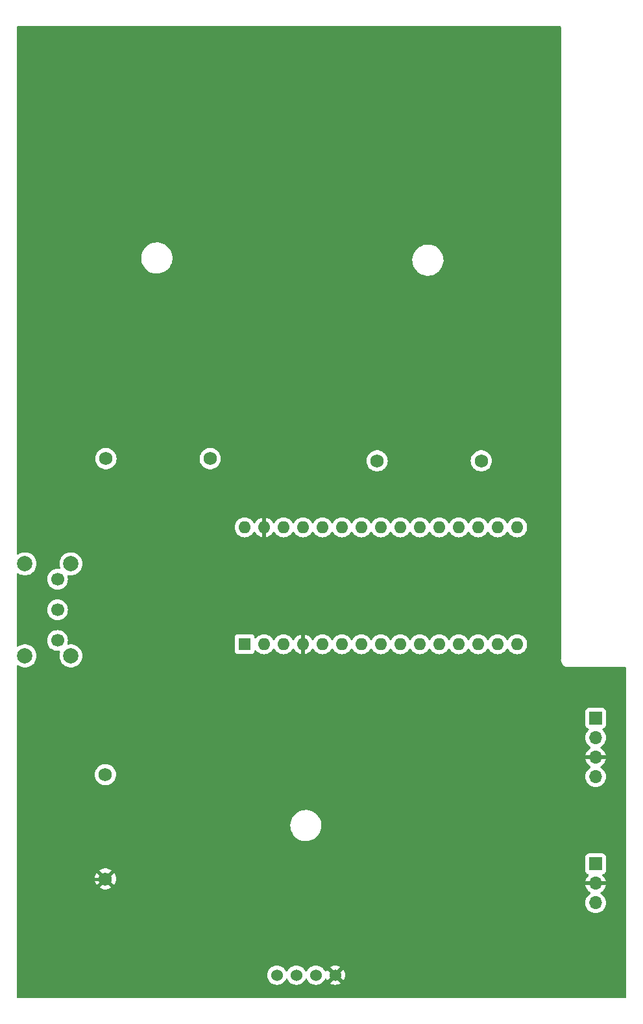
<source format=gbl>
%TF.GenerationSoftware,KiCad,Pcbnew,7.0.10*%
%TF.CreationDate,2024-05-29T17:31:35+08:00*%
%TF.ProjectId,toilet_monitoring_unit,746f696c-6574-45f6-9d6f-6e69746f7269,rev?*%
%TF.SameCoordinates,Original*%
%TF.FileFunction,Copper,L2,Bot*%
%TF.FilePolarity,Positive*%
%FSLAX46Y46*%
G04 Gerber Fmt 4.6, Leading zero omitted, Abs format (unit mm)*
G04 Created by KiCad (PCBNEW 7.0.10) date 2024-05-29 17:31:35*
%MOMM*%
%LPD*%
G01*
G04 APERTURE LIST*
%TA.AperFunction,ComponentPad*%
%ADD10C,2.000000*%
%TD*%
%TA.AperFunction,ComponentPad*%
%ADD11C,1.700000*%
%TD*%
%TA.AperFunction,ComponentPad*%
%ADD12R,1.700000X1.700000*%
%TD*%
%TA.AperFunction,ComponentPad*%
%ADD13O,1.700000X1.700000*%
%TD*%
%TA.AperFunction,ComponentPad*%
%ADD14R,1.600000X1.600000*%
%TD*%
%TA.AperFunction,ComponentPad*%
%ADD15O,1.600000X1.600000*%
%TD*%
%TA.AperFunction,ComponentPad*%
%ADD16C,1.530000*%
%TD*%
%TA.AperFunction,ComponentPad*%
%ADD17C,1.755000*%
%TD*%
%TA.AperFunction,Conductor*%
%ADD18C,0.400000*%
%TD*%
G04 APERTURE END LIST*
D10*
%TO.P,SW2,*%
%TO.N,*%
X82534600Y-104871000D03*
X76534600Y-104871000D03*
X82534600Y-116871000D03*
X76534600Y-116871000D03*
D11*
%TO.P,SW2,1,A*%
%TO.N,Net-(SW2-A)*%
X80784600Y-106871000D03*
%TO.P,SW2,2,B*%
%TO.N,Net-(A1-VIN)*%
X80784600Y-110871000D03*
%TO.P,SW2,3*%
%TO.N,N/C*%
X80784600Y-114871000D03*
%TD*%
D12*
%TO.P,J1,1,Pin_1*%
%TO.N,/A0*%
X151000000Y-144000000D03*
D13*
%TO.P,J1,2,Pin_2*%
%TO.N,GND*%
X151000000Y-146540000D03*
%TO.P,J1,3,Pin_3*%
%TO.N,/5V*%
X151000000Y-149080000D03*
%TD*%
D14*
%TO.P,A1,1,TX1*%
%TO.N,unconnected-(A1-TX1-Pad1)*%
X105200000Y-115360000D03*
D15*
%TO.P,A1,2,RX1*%
%TO.N,unconnected-(A1-RX1-Pad2)*%
X107740000Y-115360000D03*
%TO.P,A1,3,~{RESET}*%
%TO.N,unconnected-(A1-~{RESET}-Pad3)*%
X110280000Y-115360000D03*
%TO.P,A1,4,GND*%
%TO.N,GND*%
X112820000Y-115360000D03*
%TO.P,A1,5,D2*%
%TO.N,unconnected-(A1-D2-Pad5)*%
X115360000Y-115360000D03*
%TO.P,A1,6,D3*%
%TO.N,/D3*%
X117900000Y-115360000D03*
%TO.P,A1,7,D4*%
%TO.N,/D4*%
X120440000Y-115360000D03*
%TO.P,A1,8,D5*%
%TO.N,/D5*%
X122980000Y-115360000D03*
%TO.P,A1,9,D6*%
%TO.N,/D6*%
X125520000Y-115360000D03*
%TO.P,A1,10,D7*%
%TO.N,unconnected-(A1-D7-Pad10)*%
X128060000Y-115360000D03*
%TO.P,A1,11,D8*%
%TO.N,unconnected-(A1-D8-Pad11)*%
X130600000Y-115360000D03*
%TO.P,A1,12,D9*%
%TO.N,unconnected-(A1-D9-Pad12)*%
X133140000Y-115360000D03*
%TO.P,A1,13,D10*%
%TO.N,unconnected-(A1-D10-Pad13)*%
X135680000Y-115360000D03*
%TO.P,A1,14,MOSI*%
%TO.N,unconnected-(A1-MOSI-Pad14)*%
X138220000Y-115360000D03*
%TO.P,A1,15,MISO*%
%TO.N,unconnected-(A1-MISO-Pad15)*%
X140760000Y-115360000D03*
%TO.P,A1,16,SCK*%
%TO.N,unconnected-(A1-SCK-Pad16)*%
X140760000Y-100120000D03*
%TO.P,A1,17,3V3*%
%TO.N,unconnected-(A1-3V3-Pad17)*%
X138220000Y-100120000D03*
%TO.P,A1,18,AREF*%
%TO.N,unconnected-(A1-AREF-Pad18)*%
X135680000Y-100120000D03*
%TO.P,A1,19,A0*%
%TO.N,/A0*%
X133140000Y-100120000D03*
%TO.P,A1,20,A1*%
%TO.N,unconnected-(A1-A1-Pad20)*%
X130600000Y-100120000D03*
%TO.P,A1,21,A2*%
%TO.N,unconnected-(A1-A2-Pad21)*%
X128060000Y-100120000D03*
%TO.P,A1,22,A3*%
%TO.N,unconnected-(A1-A3-Pad22)*%
X125520000Y-100120000D03*
%TO.P,A1,23,SDA/A4*%
%TO.N,unconnected-(A1-SDA{slash}A4-Pad23)*%
X122980000Y-100120000D03*
%TO.P,A1,24,SCL/A5*%
%TO.N,unconnected-(A1-SCL{slash}A5-Pad24)*%
X120440000Y-100120000D03*
%TO.P,A1,25,A6*%
%TO.N,unconnected-(A1-A6-Pad25)*%
X117900000Y-100120000D03*
%TO.P,A1,26,A7*%
%TO.N,unconnected-(A1-A7-Pad26)*%
X115360000Y-100120000D03*
%TO.P,A1,27,+5V*%
%TO.N,/5V*%
X112820000Y-100120000D03*
%TO.P,A1,28,~{RESET}*%
%TO.N,unconnected-(A1-~{RESET}-Pad28)*%
X110280000Y-100120000D03*
%TO.P,A1,29,GND*%
%TO.N,GND*%
X107740000Y-100120000D03*
%TO.P,A1,30,VIN*%
%TO.N,Net-(A1-VIN)*%
X105200000Y-100120000D03*
%TD*%
D16*
%TO.P,U1,1,VCC*%
%TO.N,/5V*%
X109420000Y-158500000D03*
%TO.P,U1,2,TRIG*%
%TO.N,/D4*%
X111960000Y-158500000D03*
%TO.P,U1,3,ECHO*%
%TO.N,/D3*%
X114500000Y-158500000D03*
%TO.P,U1,4,GND*%
%TO.N,GND*%
X117040000Y-158500000D03*
%TD*%
D17*
%TO.P,BT4,+*%
%TO.N,Net-(BT1-Pad-)*%
X122485000Y-91435000D03*
%TO.P,BT4,-*%
%TO.N,Net-(BT4-Pad-)*%
X136075000Y-91435000D03*
%TD*%
%TO.P,BT1,+*%
%TO.N,Net-(SW2-A)*%
X87110000Y-91160000D03*
%TO.P,BT1,-*%
%TO.N,Net-(BT1-Pad-)*%
X100700000Y-91160000D03*
%TD*%
%TO.P,BT5,+*%
%TO.N,Net-(BT4-Pad-)*%
X87030000Y-132370000D03*
%TO.P,BT5,-*%
%TO.N,GND*%
X87030000Y-145960000D03*
%TD*%
D12*
%TO.P,J3,1,Pin_1*%
%TO.N,/D6*%
X151000000Y-125000000D03*
D13*
%TO.P,J3,2,Pin_2*%
%TO.N,/D5*%
X151000000Y-127540000D03*
%TO.P,J3,3,Pin_3*%
%TO.N,GND*%
X151000000Y-130080000D03*
%TO.P,J3,4,Pin_4*%
%TO.N,/5V*%
X151000000Y-132620000D03*
%TD*%
D18*
%TO.N,GND*%
X145460000Y-146540000D02*
X145000000Y-147000000D01*
X87030000Y-145960000D02*
X85040000Y-145960000D01*
X107740000Y-104260000D02*
X107000000Y-105000000D01*
X147080000Y-130080000D02*
X147000000Y-130000000D01*
X117040000Y-158250000D02*
X118290000Y-157000000D01*
X118290000Y-157000000D02*
X124000000Y-157000000D01*
X151000000Y-130080000D02*
X147080000Y-130080000D01*
X151000000Y-146540000D02*
X145460000Y-146540000D01*
X107740000Y-100120000D02*
X107740000Y-104260000D01*
X85040000Y-145960000D02*
X81000000Y-150000000D01*
%TD*%
%TA.AperFunction,Conductor*%
%TO.N,GND*%
G36*
X146417539Y-34770185D02*
G01*
X146463294Y-34822989D01*
X146474500Y-34874500D01*
X146474500Y-117321499D01*
X146474341Y-117327779D01*
X146470631Y-117400935D01*
X146470631Y-117400936D01*
X146481719Y-117473325D01*
X146482513Y-117479553D01*
X146489925Y-117552437D01*
X146489926Y-117552440D01*
X146494749Y-117567814D01*
X146499003Y-117586147D01*
X146501442Y-117602064D01*
X146501443Y-117602068D01*
X146526882Y-117670760D01*
X146528911Y-117676696D01*
X146550841Y-117746588D01*
X146550842Y-117746589D01*
X146550843Y-117746592D01*
X146558657Y-117760670D01*
X146566517Y-117777777D01*
X146572111Y-117792881D01*
X146572113Y-117792884D01*
X146572114Y-117792887D01*
X146588198Y-117818692D01*
X146610864Y-117855057D01*
X146614050Y-117860469D01*
X146649592Y-117924503D01*
X146649593Y-117924504D01*
X146660078Y-117936718D01*
X146671222Y-117951894D01*
X146679745Y-117965567D01*
X146679746Y-117965568D01*
X146679748Y-117965571D01*
X146730246Y-118018695D01*
X146734421Y-118023317D01*
X146749279Y-118040625D01*
X146782132Y-118078894D01*
X146782133Y-118078895D01*
X146794869Y-118088753D01*
X146808844Y-118101379D01*
X146819940Y-118113052D01*
X146880051Y-118154891D01*
X146885115Y-118158609D01*
X146943042Y-118203448D01*
X146957515Y-118210547D01*
X146973726Y-118220090D01*
X146986951Y-118229295D01*
X147054264Y-118258181D01*
X147059954Y-118260795D01*
X147084785Y-118272976D01*
X147125724Y-118293058D01*
X147125726Y-118293058D01*
X147125729Y-118293060D01*
X147141316Y-118297095D01*
X147159128Y-118303182D01*
X147173942Y-118309540D01*
X147245700Y-118324285D01*
X147251779Y-118325695D01*
X147322711Y-118344062D01*
X147322715Y-118344063D01*
X147338807Y-118344879D01*
X147357480Y-118347257D01*
X147366413Y-118349093D01*
X147373258Y-118350500D01*
X147373259Y-118350500D01*
X147446500Y-118350500D01*
X147452778Y-118350658D01*
X147525936Y-118354369D01*
X147541857Y-118351930D01*
X147560633Y-118350500D01*
X154875500Y-118350500D01*
X154942539Y-118370185D01*
X154988294Y-118422989D01*
X154999500Y-118474500D01*
X154999500Y-161375500D01*
X154979815Y-161442539D01*
X154927011Y-161488294D01*
X154875500Y-161499500D01*
X75599500Y-161499500D01*
X75532461Y-161479815D01*
X75486706Y-161427011D01*
X75475500Y-161375500D01*
X75475500Y-158500001D01*
X108149666Y-158500001D01*
X108168964Y-158720585D01*
X108168965Y-158720592D01*
X108226275Y-158934475D01*
X108226279Y-158934486D01*
X108319740Y-159134915D01*
X108319858Y-159135167D01*
X108446868Y-159316555D01*
X108603445Y-159473132D01*
X108784833Y-159600142D01*
X108905572Y-159656443D01*
X108985513Y-159693720D01*
X108985515Y-159693720D01*
X108985520Y-159693723D01*
X109199409Y-159751035D01*
X109356974Y-159764820D01*
X109419998Y-159770334D01*
X109420000Y-159770334D01*
X109420002Y-159770334D01*
X109475147Y-159765509D01*
X109640591Y-159751035D01*
X109854480Y-159693723D01*
X110055167Y-159600142D01*
X110236555Y-159473132D01*
X110393132Y-159316555D01*
X110520142Y-159135167D01*
X110577618Y-159011907D01*
X110623790Y-158959468D01*
X110690983Y-158940316D01*
X110757864Y-158960531D01*
X110802381Y-159011907D01*
X110859858Y-159135167D01*
X110986868Y-159316555D01*
X111143445Y-159473132D01*
X111324833Y-159600142D01*
X111445572Y-159656443D01*
X111525513Y-159693720D01*
X111525515Y-159693720D01*
X111525520Y-159693723D01*
X111739409Y-159751035D01*
X111896974Y-159764820D01*
X111959998Y-159770334D01*
X111960000Y-159770334D01*
X111960002Y-159770334D01*
X112015147Y-159765509D01*
X112180591Y-159751035D01*
X112394480Y-159693723D01*
X112595167Y-159600142D01*
X112776555Y-159473132D01*
X112933132Y-159316555D01*
X113060142Y-159135167D01*
X113117618Y-159011907D01*
X113163790Y-158959468D01*
X113230983Y-158940316D01*
X113297864Y-158960531D01*
X113342381Y-159011907D01*
X113399858Y-159135167D01*
X113526868Y-159316555D01*
X113683445Y-159473132D01*
X113864833Y-159600142D01*
X113985572Y-159656443D01*
X114065513Y-159693720D01*
X114065515Y-159693720D01*
X114065520Y-159693723D01*
X114279409Y-159751035D01*
X114436974Y-159764820D01*
X114499998Y-159770334D01*
X114500000Y-159770334D01*
X114500002Y-159770334D01*
X114555147Y-159765509D01*
X114720591Y-159751035D01*
X114934480Y-159693723D01*
X115135167Y-159600142D01*
X115316555Y-159473132D01*
X115473132Y-159316555D01*
X115600142Y-159135167D01*
X115657895Y-159011312D01*
X115704064Y-158958878D01*
X115771258Y-158939725D01*
X115838139Y-158959940D01*
X115882657Y-159011316D01*
X115940295Y-159134919D01*
X115986103Y-159200341D01*
X115986105Y-159200342D01*
X116548866Y-158637580D01*
X116571318Y-158714040D01*
X116650605Y-158837413D01*
X116761438Y-158933451D01*
X116894839Y-158994373D01*
X116898633Y-158994918D01*
X116339656Y-159553894D01*
X116405083Y-159599706D01*
X116405085Y-159599707D01*
X116605690Y-159693250D01*
X116605699Y-159693254D01*
X116819490Y-159750538D01*
X116819500Y-159750540D01*
X117039999Y-159769832D01*
X117040001Y-159769832D01*
X117260499Y-159750540D01*
X117260509Y-159750538D01*
X117474300Y-159693254D01*
X117474309Y-159693250D01*
X117674915Y-159599706D01*
X117740342Y-159553894D01*
X117181366Y-158994918D01*
X117185161Y-158994373D01*
X117318562Y-158933451D01*
X117429395Y-158837413D01*
X117508682Y-158714040D01*
X117531133Y-158637580D01*
X118093894Y-159200342D01*
X118139706Y-159134915D01*
X118233250Y-158934309D01*
X118233254Y-158934300D01*
X118290538Y-158720509D01*
X118290540Y-158720499D01*
X118309832Y-158500000D01*
X118309832Y-158499999D01*
X118290540Y-158279500D01*
X118290538Y-158279490D01*
X118233254Y-158065699D01*
X118233250Y-158065690D01*
X118139707Y-157865085D01*
X118139706Y-157865083D01*
X118093894Y-157799657D01*
X118093894Y-157799656D01*
X117531132Y-158362418D01*
X117508682Y-158285960D01*
X117429395Y-158162587D01*
X117318562Y-158066549D01*
X117185161Y-158005627D01*
X117181366Y-158005081D01*
X117740342Y-157446105D01*
X117740341Y-157446103D01*
X117674919Y-157400295D01*
X117474309Y-157306749D01*
X117474300Y-157306745D01*
X117260509Y-157249461D01*
X117260499Y-157249459D01*
X117040001Y-157230168D01*
X117039999Y-157230168D01*
X116819500Y-157249459D01*
X116819490Y-157249461D01*
X116605699Y-157306745D01*
X116605690Y-157306749D01*
X116405084Y-157400293D01*
X116339657Y-157446104D01*
X116898634Y-158005081D01*
X116894839Y-158005627D01*
X116761438Y-158066549D01*
X116650605Y-158162587D01*
X116571318Y-158285960D01*
X116548866Y-158362419D01*
X115986104Y-157799657D01*
X115940293Y-157865084D01*
X115882657Y-157988683D01*
X115836484Y-158041122D01*
X115769290Y-158060274D01*
X115702409Y-158040058D01*
X115657893Y-157988682D01*
X115600142Y-157864833D01*
X115473132Y-157683445D01*
X115316555Y-157526868D01*
X115135167Y-157399858D01*
X115135163Y-157399856D01*
X114934486Y-157306279D01*
X114934475Y-157306275D01*
X114720592Y-157248965D01*
X114720585Y-157248964D01*
X114500002Y-157229666D01*
X114499998Y-157229666D01*
X114279414Y-157248964D01*
X114279407Y-157248965D01*
X114065524Y-157306275D01*
X114065513Y-157306279D01*
X113864836Y-157399856D01*
X113864834Y-157399857D01*
X113683444Y-157526868D01*
X113526868Y-157683444D01*
X113399857Y-157864834D01*
X113399856Y-157864836D01*
X113342382Y-157988091D01*
X113296210Y-158040531D01*
X113229017Y-158059683D01*
X113162135Y-158039467D01*
X113117618Y-157988091D01*
X113089050Y-157926828D01*
X113060142Y-157864833D01*
X112933132Y-157683445D01*
X112776555Y-157526868D01*
X112595167Y-157399858D01*
X112595163Y-157399856D01*
X112394486Y-157306279D01*
X112394475Y-157306275D01*
X112180592Y-157248965D01*
X112180585Y-157248964D01*
X111960002Y-157229666D01*
X111959998Y-157229666D01*
X111739414Y-157248964D01*
X111739407Y-157248965D01*
X111525524Y-157306275D01*
X111525513Y-157306279D01*
X111324836Y-157399856D01*
X111324834Y-157399857D01*
X111143444Y-157526868D01*
X110986868Y-157683444D01*
X110859857Y-157864834D01*
X110859856Y-157864836D01*
X110802382Y-157988091D01*
X110756210Y-158040531D01*
X110689017Y-158059683D01*
X110622135Y-158039467D01*
X110577618Y-157988091D01*
X110549050Y-157926828D01*
X110520142Y-157864833D01*
X110393132Y-157683445D01*
X110236555Y-157526868D01*
X110055167Y-157399858D01*
X110055163Y-157399856D01*
X109854486Y-157306279D01*
X109854475Y-157306275D01*
X109640592Y-157248965D01*
X109640585Y-157248964D01*
X109420002Y-157229666D01*
X109419998Y-157229666D01*
X109199414Y-157248964D01*
X109199407Y-157248965D01*
X108985524Y-157306275D01*
X108985513Y-157306279D01*
X108784836Y-157399856D01*
X108784834Y-157399857D01*
X108603444Y-157526868D01*
X108446868Y-157683444D01*
X108319857Y-157864834D01*
X108319856Y-157864836D01*
X108226279Y-158065513D01*
X108226275Y-158065524D01*
X108168965Y-158279407D01*
X108168964Y-158279414D01*
X108149666Y-158499998D01*
X108149666Y-158500001D01*
X75475500Y-158500001D01*
X75475500Y-149080000D01*
X149644341Y-149080000D01*
X149664936Y-149315403D01*
X149664938Y-149315413D01*
X149726094Y-149543655D01*
X149726096Y-149543659D01*
X149726097Y-149543663D01*
X149825965Y-149757830D01*
X149825967Y-149757834D01*
X149934281Y-149912521D01*
X149961505Y-149951401D01*
X150128599Y-150118495D01*
X150225384Y-150186265D01*
X150322165Y-150254032D01*
X150322167Y-150254033D01*
X150322170Y-150254035D01*
X150536337Y-150353903D01*
X150764592Y-150415063D01*
X150952918Y-150431539D01*
X150999999Y-150435659D01*
X151000000Y-150435659D01*
X151000001Y-150435659D01*
X151039234Y-150432226D01*
X151235408Y-150415063D01*
X151463663Y-150353903D01*
X151677830Y-150254035D01*
X151871401Y-150118495D01*
X152038495Y-149951401D01*
X152174035Y-149757830D01*
X152273903Y-149543663D01*
X152335063Y-149315408D01*
X152355659Y-149080000D01*
X152335063Y-148844592D01*
X152273903Y-148616337D01*
X152174035Y-148402171D01*
X152038495Y-148208599D01*
X152038494Y-148208597D01*
X151871402Y-148041506D01*
X151871401Y-148041505D01*
X151685405Y-147911269D01*
X151641781Y-147856692D01*
X151634588Y-147787193D01*
X151666110Y-147724839D01*
X151685405Y-147708119D01*
X151871082Y-147578105D01*
X152038105Y-147411082D01*
X152173600Y-147217578D01*
X152273429Y-147003492D01*
X152273432Y-147003486D01*
X152330636Y-146790000D01*
X151433686Y-146790000D01*
X151459493Y-146749844D01*
X151500000Y-146611889D01*
X151500000Y-146468111D01*
X151459493Y-146330156D01*
X151433686Y-146290000D01*
X152330636Y-146290000D01*
X152330635Y-146289999D01*
X152273432Y-146076513D01*
X152273429Y-146076507D01*
X152173600Y-145862422D01*
X152173599Y-145862420D01*
X152038113Y-145668926D01*
X152038108Y-145668920D01*
X151916053Y-145546865D01*
X151882568Y-145485542D01*
X151887552Y-145415850D01*
X151929424Y-145359917D01*
X151960400Y-145343002D01*
X152092331Y-145293796D01*
X152207546Y-145207546D01*
X152293796Y-145092331D01*
X152344091Y-144957483D01*
X152350500Y-144897873D01*
X152350499Y-143102128D01*
X152344091Y-143042517D01*
X152293796Y-142907669D01*
X152293795Y-142907668D01*
X152293793Y-142907664D01*
X152207547Y-142792455D01*
X152207544Y-142792452D01*
X152092335Y-142706206D01*
X152092328Y-142706202D01*
X151957482Y-142655908D01*
X151957483Y-142655908D01*
X151897883Y-142649501D01*
X151897881Y-142649500D01*
X151897873Y-142649500D01*
X151897864Y-142649500D01*
X150102129Y-142649500D01*
X150102123Y-142649501D01*
X150042516Y-142655908D01*
X149907671Y-142706202D01*
X149907664Y-142706206D01*
X149792455Y-142792452D01*
X149792452Y-142792455D01*
X149706206Y-142907664D01*
X149706202Y-142907671D01*
X149655908Y-143042517D01*
X149649501Y-143102116D01*
X149649501Y-143102123D01*
X149649500Y-143102135D01*
X149649500Y-144897870D01*
X149649501Y-144897876D01*
X149655908Y-144957483D01*
X149706202Y-145092328D01*
X149706206Y-145092335D01*
X149792452Y-145207544D01*
X149792455Y-145207547D01*
X149907664Y-145293793D01*
X149907671Y-145293797D01*
X149969902Y-145317007D01*
X150039598Y-145343002D01*
X150095531Y-145384873D01*
X150119949Y-145450337D01*
X150105098Y-145518610D01*
X150083947Y-145546865D01*
X149961886Y-145668926D01*
X149826400Y-145862420D01*
X149826399Y-145862422D01*
X149726570Y-146076507D01*
X149726567Y-146076513D01*
X149669364Y-146289999D01*
X149669364Y-146290000D01*
X150566314Y-146290000D01*
X150540507Y-146330156D01*
X150500000Y-146468111D01*
X150500000Y-146611889D01*
X150540507Y-146749844D01*
X150566314Y-146790000D01*
X149669364Y-146790000D01*
X149726567Y-147003486D01*
X149726570Y-147003492D01*
X149826399Y-147217578D01*
X149961894Y-147411082D01*
X150128917Y-147578105D01*
X150314595Y-147708119D01*
X150358219Y-147762696D01*
X150365412Y-147832195D01*
X150333890Y-147894549D01*
X150314595Y-147911269D01*
X150128594Y-148041508D01*
X149961505Y-148208597D01*
X149825965Y-148402169D01*
X149825964Y-148402171D01*
X149726098Y-148616335D01*
X149726094Y-148616344D01*
X149664938Y-148844586D01*
X149664936Y-148844596D01*
X149644341Y-149079999D01*
X149644341Y-149080000D01*
X75475500Y-149080000D01*
X75475500Y-145960005D01*
X85647779Y-145960005D01*
X85666629Y-146187497D01*
X85666631Y-146187509D01*
X85722671Y-146408804D01*
X85814371Y-146617860D01*
X85895068Y-146741376D01*
X86478706Y-146157739D01*
X86519003Y-146255024D01*
X86612773Y-146377227D01*
X86734976Y-146470997D01*
X86832259Y-146511293D01*
X86247233Y-147096318D01*
X86273999Y-147117149D01*
X86474766Y-147225800D01*
X86474771Y-147225802D01*
X86690682Y-147299924D01*
X86915858Y-147337500D01*
X87144142Y-147337500D01*
X87369317Y-147299924D01*
X87585228Y-147225802D01*
X87585233Y-147225800D01*
X87786004Y-147117147D01*
X87812764Y-147096319D01*
X87812764Y-147096318D01*
X87227740Y-146511293D01*
X87325024Y-146470997D01*
X87447227Y-146377227D01*
X87540997Y-146255024D01*
X87581293Y-146157740D01*
X88164930Y-146741377D01*
X88245626Y-146617865D01*
X88337328Y-146408804D01*
X88393368Y-146187509D01*
X88393370Y-146187497D01*
X88412221Y-145960005D01*
X88412221Y-145959994D01*
X88393370Y-145732502D01*
X88393368Y-145732490D01*
X88337328Y-145511195D01*
X88245628Y-145302139D01*
X88164930Y-145178621D01*
X87581292Y-145762258D01*
X87540997Y-145664976D01*
X87447227Y-145542773D01*
X87325024Y-145449003D01*
X87227740Y-145408706D01*
X87812765Y-144823681D01*
X87812765Y-144823680D01*
X87786000Y-144802850D01*
X87585233Y-144694199D01*
X87585228Y-144694197D01*
X87369317Y-144620075D01*
X87144142Y-144582500D01*
X86915858Y-144582500D01*
X86690682Y-144620075D01*
X86474771Y-144694197D01*
X86474766Y-144694199D01*
X86273993Y-144802853D01*
X86247234Y-144823679D01*
X86247234Y-144823680D01*
X86832260Y-145408706D01*
X86734976Y-145449003D01*
X86612773Y-145542773D01*
X86519003Y-145664976D01*
X86478706Y-145762260D01*
X85895067Y-145178621D01*
X85814372Y-145302136D01*
X85722671Y-145511195D01*
X85666631Y-145732490D01*
X85666629Y-145732502D01*
X85647779Y-145959994D01*
X85647779Y-145960005D01*
X75475500Y-145960005D01*
X75475500Y-138928974D01*
X111155781Y-138928974D01*
X111165691Y-139212759D01*
X111165692Y-139212764D01*
X111215004Y-139492422D01*
X111215004Y-139492423D01*
X111302757Y-139762500D01*
X111427237Y-140017721D01*
X111427240Y-140017725D01*
X111427242Y-140017729D01*
X111586037Y-140253153D01*
X111776052Y-140464186D01*
X111993588Y-140646720D01*
X112114159Y-140722061D01*
X112234403Y-140797199D01*
X112234405Y-140797199D01*
X112234410Y-140797203D01*
X112493832Y-140912705D01*
X112493840Y-140912707D01*
X112493842Y-140912708D01*
X112766800Y-140990977D01*
X112766808Y-140990979D01*
X113048011Y-141030500D01*
X113048014Y-141030500D01*
X113260890Y-141030500D01*
X113260902Y-141030500D01*
X113473281Y-141015649D01*
X113751048Y-140956608D01*
X114017895Y-140859483D01*
X114268628Y-140726166D01*
X114498367Y-140559251D01*
X114702640Y-140361987D01*
X114877471Y-140138214D01*
X115019458Y-139892286D01*
X115125836Y-139628991D01*
X115194535Y-139353454D01*
X115224218Y-139071036D01*
X115214308Y-138787237D01*
X115164996Y-138507578D01*
X115077244Y-138237504D01*
X115013941Y-138107714D01*
X114952762Y-137982278D01*
X114952760Y-137982275D01*
X114952758Y-137982271D01*
X114793963Y-137746847D01*
X114603948Y-137535814D01*
X114386412Y-137353280D01*
X114380937Y-137349859D01*
X114145596Y-137202800D01*
X114145591Y-137202798D01*
X114145590Y-137202797D01*
X113886168Y-137087295D01*
X113886157Y-137087291D01*
X113613199Y-137009022D01*
X113613191Y-137009020D01*
X113331989Y-136969500D01*
X113331986Y-136969500D01*
X113119098Y-136969500D01*
X113119085Y-136969500D01*
X112906720Y-136984350D01*
X112906709Y-136984352D01*
X112628954Y-137043391D01*
X112362109Y-137140515D01*
X112111377Y-137273830D01*
X112111370Y-137273835D01*
X111881640Y-137440743D01*
X111881633Y-137440748D01*
X111677358Y-137638015D01*
X111502529Y-137861785D01*
X111360544Y-138107709D01*
X111360539Y-138107720D01*
X111254164Y-138371007D01*
X111185465Y-138646546D01*
X111155781Y-138928974D01*
X75475500Y-138928974D01*
X75475500Y-132370005D01*
X85647277Y-132370005D01*
X85666134Y-132597580D01*
X85666136Y-132597592D01*
X85722196Y-132818967D01*
X85813930Y-133028102D01*
X85938834Y-133219283D01*
X85938837Y-133219286D01*
X86093507Y-133387302D01*
X86273722Y-133527569D01*
X86474566Y-133636261D01*
X86690562Y-133710412D01*
X86915816Y-133748000D01*
X87144184Y-133748000D01*
X87369438Y-133710412D01*
X87585434Y-133636261D01*
X87786278Y-133527569D01*
X87966493Y-133387302D01*
X88121163Y-133219286D01*
X88246069Y-133028103D01*
X88337803Y-132818969D01*
X88388189Y-132620000D01*
X149644341Y-132620000D01*
X149664936Y-132855403D01*
X149664938Y-132855413D01*
X149726094Y-133083655D01*
X149726096Y-133083659D01*
X149726097Y-133083663D01*
X149789338Y-133219283D01*
X149825965Y-133297830D01*
X149825967Y-133297834D01*
X149888614Y-133387302D01*
X149961505Y-133491401D01*
X150128599Y-133658495D01*
X150202743Y-133710411D01*
X150322165Y-133794032D01*
X150322167Y-133794033D01*
X150322170Y-133794035D01*
X150536337Y-133893903D01*
X150764592Y-133955063D01*
X150952918Y-133971539D01*
X150999999Y-133975659D01*
X151000000Y-133975659D01*
X151000001Y-133975659D01*
X151039234Y-133972226D01*
X151235408Y-133955063D01*
X151463663Y-133893903D01*
X151677830Y-133794035D01*
X151871401Y-133658495D01*
X152038495Y-133491401D01*
X152174035Y-133297830D01*
X152273903Y-133083663D01*
X152335063Y-132855408D01*
X152355659Y-132620000D01*
X152353697Y-132597580D01*
X152335063Y-132384596D01*
X152335063Y-132384592D01*
X152273903Y-132156337D01*
X152174035Y-131942171D01*
X152159234Y-131921032D01*
X152038494Y-131748597D01*
X151871402Y-131581506D01*
X151871401Y-131581505D01*
X151685405Y-131451269D01*
X151641781Y-131396692D01*
X151634588Y-131327193D01*
X151666110Y-131264839D01*
X151685405Y-131248119D01*
X151871082Y-131118105D01*
X152038105Y-130951082D01*
X152173600Y-130757578D01*
X152273429Y-130543492D01*
X152273432Y-130543486D01*
X152330636Y-130330000D01*
X151433686Y-130330000D01*
X151459493Y-130289844D01*
X151500000Y-130151889D01*
X151500000Y-130008111D01*
X151459493Y-129870156D01*
X151433686Y-129830000D01*
X152330636Y-129830000D01*
X152330635Y-129829999D01*
X152273432Y-129616513D01*
X152273429Y-129616507D01*
X152173600Y-129402422D01*
X152173599Y-129402420D01*
X152038113Y-129208926D01*
X152038108Y-129208920D01*
X151871078Y-129041890D01*
X151685405Y-128911879D01*
X151641780Y-128857302D01*
X151634588Y-128787804D01*
X151666110Y-128725449D01*
X151685406Y-128708730D01*
X151871401Y-128578495D01*
X152038495Y-128411401D01*
X152174035Y-128217830D01*
X152273903Y-128003663D01*
X152335063Y-127775408D01*
X152355659Y-127540000D01*
X152335063Y-127304592D01*
X152273903Y-127076337D01*
X152174035Y-126862171D01*
X152038495Y-126668599D01*
X151916567Y-126546671D01*
X151883084Y-126485351D01*
X151888068Y-126415659D01*
X151929939Y-126359725D01*
X151960915Y-126342810D01*
X152092331Y-126293796D01*
X152207546Y-126207546D01*
X152293796Y-126092331D01*
X152344091Y-125957483D01*
X152350500Y-125897873D01*
X152350499Y-124102128D01*
X152344091Y-124042517D01*
X152293796Y-123907669D01*
X152293795Y-123907668D01*
X152293793Y-123907664D01*
X152207547Y-123792455D01*
X152207544Y-123792452D01*
X152092335Y-123706206D01*
X152092328Y-123706202D01*
X151957482Y-123655908D01*
X151957483Y-123655908D01*
X151897883Y-123649501D01*
X151897881Y-123649500D01*
X151897873Y-123649500D01*
X151897864Y-123649500D01*
X150102129Y-123649500D01*
X150102123Y-123649501D01*
X150042516Y-123655908D01*
X149907671Y-123706202D01*
X149907664Y-123706206D01*
X149792455Y-123792452D01*
X149792452Y-123792455D01*
X149706206Y-123907664D01*
X149706202Y-123907671D01*
X149655908Y-124042517D01*
X149649501Y-124102116D01*
X149649501Y-124102123D01*
X149649500Y-124102135D01*
X149649500Y-125897870D01*
X149649501Y-125897876D01*
X149655908Y-125957483D01*
X149706202Y-126092328D01*
X149706206Y-126092335D01*
X149792452Y-126207544D01*
X149792455Y-126207547D01*
X149907664Y-126293793D01*
X149907671Y-126293797D01*
X150039081Y-126342810D01*
X150095015Y-126384681D01*
X150119432Y-126450145D01*
X150104580Y-126518418D01*
X150083430Y-126546673D01*
X149961503Y-126668600D01*
X149825965Y-126862169D01*
X149825964Y-126862171D01*
X149726098Y-127076335D01*
X149726094Y-127076344D01*
X149664938Y-127304586D01*
X149664936Y-127304596D01*
X149644341Y-127539999D01*
X149644341Y-127540000D01*
X149664936Y-127775403D01*
X149664938Y-127775413D01*
X149726094Y-128003655D01*
X149726096Y-128003659D01*
X149726097Y-128003663D01*
X149825965Y-128217830D01*
X149825967Y-128217834D01*
X149961501Y-128411395D01*
X149961506Y-128411402D01*
X150128597Y-128578493D01*
X150128603Y-128578498D01*
X150314594Y-128708730D01*
X150358219Y-128763307D01*
X150365413Y-128832805D01*
X150333890Y-128895160D01*
X150314595Y-128911880D01*
X150128922Y-129041890D01*
X150128920Y-129041891D01*
X149961891Y-129208920D01*
X149961886Y-129208926D01*
X149826400Y-129402420D01*
X149826399Y-129402422D01*
X149726570Y-129616507D01*
X149726567Y-129616513D01*
X149669364Y-129829999D01*
X149669364Y-129830000D01*
X150566314Y-129830000D01*
X150540507Y-129870156D01*
X150500000Y-130008111D01*
X150500000Y-130151889D01*
X150540507Y-130289844D01*
X150566314Y-130330000D01*
X149669364Y-130330000D01*
X149726567Y-130543486D01*
X149726570Y-130543492D01*
X149826399Y-130757578D01*
X149961894Y-130951082D01*
X150128917Y-131118105D01*
X150314595Y-131248119D01*
X150358219Y-131302696D01*
X150365412Y-131372195D01*
X150333890Y-131434549D01*
X150314595Y-131451269D01*
X150128594Y-131581508D01*
X149961505Y-131748597D01*
X149825965Y-131942169D01*
X149825964Y-131942171D01*
X149726098Y-132156335D01*
X149726094Y-132156344D01*
X149664938Y-132384586D01*
X149664936Y-132384596D01*
X149644341Y-132619999D01*
X149644341Y-132620000D01*
X88388189Y-132620000D01*
X88393864Y-132597589D01*
X88411514Y-132384592D01*
X88412723Y-132370005D01*
X88412723Y-132369994D01*
X88393865Y-132142419D01*
X88393863Y-132142407D01*
X88337803Y-131921032D01*
X88246069Y-131711897D01*
X88121165Y-131520716D01*
X88057234Y-131451269D01*
X87966493Y-131352698D01*
X87786278Y-131212431D01*
X87786276Y-131212430D01*
X87786275Y-131212429D01*
X87585435Y-131103739D01*
X87585430Y-131103737D01*
X87369440Y-131029588D01*
X87144184Y-130992000D01*
X86915816Y-130992000D01*
X86690559Y-131029588D01*
X86474569Y-131103737D01*
X86474564Y-131103739D01*
X86273724Y-131212429D01*
X86093508Y-131352697D01*
X85938834Y-131520716D01*
X85813930Y-131711897D01*
X85722196Y-131921032D01*
X85666136Y-132142407D01*
X85666134Y-132142419D01*
X85647277Y-132369994D01*
X85647277Y-132370005D01*
X75475500Y-132370005D01*
X75475500Y-118201751D01*
X75495185Y-118134712D01*
X75547989Y-118088957D01*
X75617147Y-118079013D01*
X75675659Y-118103896D01*
X75711091Y-118131474D01*
X75929790Y-118249828D01*
X76164986Y-118330571D01*
X76410265Y-118371500D01*
X76658935Y-118371500D01*
X76904214Y-118330571D01*
X77139410Y-118249828D01*
X77358109Y-118131474D01*
X77554344Y-117978738D01*
X77722764Y-117795785D01*
X77858773Y-117587607D01*
X77958663Y-117359881D01*
X78019708Y-117118821D01*
X78021439Y-117097929D01*
X78040243Y-116871005D01*
X78040243Y-116870994D01*
X78019709Y-116623187D01*
X78019707Y-116623175D01*
X77958663Y-116382118D01*
X77858773Y-116154393D01*
X77722766Y-115946217D01*
X77682758Y-115902757D01*
X77554344Y-115763262D01*
X77358109Y-115610526D01*
X77358107Y-115610525D01*
X77358106Y-115610524D01*
X77139411Y-115492172D01*
X77139402Y-115492169D01*
X76904216Y-115411429D01*
X76658935Y-115370500D01*
X76410265Y-115370500D01*
X76164983Y-115411429D01*
X75929797Y-115492169D01*
X75929788Y-115492172D01*
X75755143Y-115586686D01*
X75711091Y-115610526D01*
X75675660Y-115638102D01*
X75610668Y-115663744D01*
X75542128Y-115650177D01*
X75491803Y-115601708D01*
X75475500Y-115540248D01*
X75475500Y-114871000D01*
X79428941Y-114871000D01*
X79449536Y-115106403D01*
X79449538Y-115106413D01*
X79510694Y-115334655D01*
X79510696Y-115334659D01*
X79510697Y-115334663D01*
X79584145Y-115492172D01*
X79610565Y-115548830D01*
X79610567Y-115548834D01*
X79653764Y-115610525D01*
X79746105Y-115742401D01*
X79913199Y-115909495D01*
X79976949Y-115954133D01*
X80106765Y-116045032D01*
X80106767Y-116045033D01*
X80106770Y-116045035D01*
X80320937Y-116144903D01*
X80320943Y-116144904D01*
X80320944Y-116144905D01*
X80359094Y-116155127D01*
X80549192Y-116206063D01*
X80737518Y-116222539D01*
X80784599Y-116226659D01*
X80784600Y-116226659D01*
X80784601Y-116226659D01*
X80801463Y-116225183D01*
X80986065Y-116209032D01*
X81054562Y-116222798D01*
X81104745Y-116271413D01*
X81120679Y-116339442D01*
X81111688Y-116377100D01*
X81112200Y-116377276D01*
X81110536Y-116382120D01*
X81049492Y-116623175D01*
X81049490Y-116623187D01*
X81028957Y-116870994D01*
X81028957Y-116871005D01*
X81049490Y-117118812D01*
X81049492Y-117118824D01*
X81110536Y-117359881D01*
X81210426Y-117587606D01*
X81346433Y-117795782D01*
X81346436Y-117795785D01*
X81514856Y-117978738D01*
X81711091Y-118131474D01*
X81711093Y-118131475D01*
X81840951Y-118201751D01*
X81929790Y-118249828D01*
X82164986Y-118330571D01*
X82410265Y-118371500D01*
X82658935Y-118371500D01*
X82904214Y-118330571D01*
X83139410Y-118249828D01*
X83358109Y-118131474D01*
X83554344Y-117978738D01*
X83722764Y-117795785D01*
X83858773Y-117587607D01*
X83958663Y-117359881D01*
X84019708Y-117118821D01*
X84021439Y-117097929D01*
X84040243Y-116871005D01*
X84040243Y-116870994D01*
X84019709Y-116623187D01*
X84019707Y-116623175D01*
X83958663Y-116382118D01*
X83882230Y-116207870D01*
X103899500Y-116207870D01*
X103899501Y-116207876D01*
X103905908Y-116267483D01*
X103956202Y-116402328D01*
X103956206Y-116402335D01*
X104042452Y-116517544D01*
X104042455Y-116517547D01*
X104157664Y-116603793D01*
X104157671Y-116603797D01*
X104292517Y-116654091D01*
X104292516Y-116654091D01*
X104299444Y-116654835D01*
X104352127Y-116660500D01*
X106047872Y-116660499D01*
X106107483Y-116654091D01*
X106242331Y-116603796D01*
X106357546Y-116517546D01*
X106443796Y-116402331D01*
X106494091Y-116267483D01*
X106497862Y-116232401D01*
X106524599Y-116167855D01*
X106581990Y-116128006D01*
X106651816Y-116125511D01*
X106711905Y-116161163D01*
X106722726Y-116174536D01*
X106739956Y-116199143D01*
X106900858Y-116360045D01*
X106900861Y-116360047D01*
X107087266Y-116490568D01*
X107293504Y-116586739D01*
X107513308Y-116645635D01*
X107675230Y-116659801D01*
X107739998Y-116665468D01*
X107740000Y-116665468D01*
X107740002Y-116665468D01*
X107796807Y-116660498D01*
X107966692Y-116645635D01*
X108186496Y-116586739D01*
X108392734Y-116490568D01*
X108579139Y-116360047D01*
X108740047Y-116199139D01*
X108870568Y-116012734D01*
X108897618Y-115954724D01*
X108943790Y-115902285D01*
X109010983Y-115883133D01*
X109077865Y-115903348D01*
X109122382Y-115954725D01*
X109149429Y-116012728D01*
X109149432Y-116012734D01*
X109279954Y-116199141D01*
X109440858Y-116360045D01*
X109440861Y-116360047D01*
X109627266Y-116490568D01*
X109833504Y-116586739D01*
X110053308Y-116645635D01*
X110215230Y-116659801D01*
X110279998Y-116665468D01*
X110280000Y-116665468D01*
X110280002Y-116665468D01*
X110336807Y-116660498D01*
X110506692Y-116645635D01*
X110726496Y-116586739D01*
X110932734Y-116490568D01*
X111119139Y-116360047D01*
X111280047Y-116199139D01*
X111410568Y-116012734D01*
X111437895Y-115954129D01*
X111484064Y-115901695D01*
X111551257Y-115882542D01*
X111618139Y-115902757D01*
X111662657Y-115954133D01*
X111689865Y-116012482D01*
X111820342Y-116198820D01*
X111981179Y-116359657D01*
X112167517Y-116490134D01*
X112373673Y-116586265D01*
X112373682Y-116586269D01*
X112569999Y-116638872D01*
X112570000Y-116638871D01*
X112570000Y-115795501D01*
X112677685Y-115844680D01*
X112784237Y-115860000D01*
X112855763Y-115860000D01*
X112962315Y-115844680D01*
X113070000Y-115795501D01*
X113070000Y-116638872D01*
X113266317Y-116586269D01*
X113266326Y-116586265D01*
X113472482Y-116490134D01*
X113658820Y-116359657D01*
X113819657Y-116198820D01*
X113950132Y-116012484D01*
X113977341Y-115954134D01*
X114023513Y-115901695D01*
X114090707Y-115882542D01*
X114157588Y-115902757D01*
X114202106Y-115954133D01*
X114229431Y-116012732D01*
X114229432Y-116012734D01*
X114359954Y-116199141D01*
X114520858Y-116360045D01*
X114520861Y-116360047D01*
X114707266Y-116490568D01*
X114913504Y-116586739D01*
X115133308Y-116645635D01*
X115295230Y-116659801D01*
X115359998Y-116665468D01*
X115360000Y-116665468D01*
X115360002Y-116665468D01*
X115416807Y-116660498D01*
X115586692Y-116645635D01*
X115806496Y-116586739D01*
X116012734Y-116490568D01*
X116199139Y-116360047D01*
X116360047Y-116199139D01*
X116490568Y-116012734D01*
X116517618Y-115954724D01*
X116563790Y-115902285D01*
X116630983Y-115883133D01*
X116697865Y-115903348D01*
X116742382Y-115954725D01*
X116769429Y-116012728D01*
X116769432Y-116012734D01*
X116899954Y-116199141D01*
X117060858Y-116360045D01*
X117060861Y-116360047D01*
X117247266Y-116490568D01*
X117453504Y-116586739D01*
X117673308Y-116645635D01*
X117835230Y-116659801D01*
X117899998Y-116665468D01*
X117900000Y-116665468D01*
X117900002Y-116665468D01*
X117956807Y-116660498D01*
X118126692Y-116645635D01*
X118346496Y-116586739D01*
X118552734Y-116490568D01*
X118739139Y-116360047D01*
X118900047Y-116199139D01*
X119030568Y-116012734D01*
X119057618Y-115954724D01*
X119103790Y-115902285D01*
X119170983Y-115883133D01*
X119237865Y-115903348D01*
X119282382Y-115954725D01*
X119309429Y-116012728D01*
X119309432Y-116012734D01*
X119439954Y-116199141D01*
X119600858Y-116360045D01*
X119600861Y-116360047D01*
X119787266Y-116490568D01*
X119993504Y-116586739D01*
X120213308Y-116645635D01*
X120375230Y-116659801D01*
X120439998Y-116665468D01*
X120440000Y-116665468D01*
X120440002Y-116665468D01*
X120496807Y-116660498D01*
X120666692Y-116645635D01*
X120886496Y-116586739D01*
X121092734Y-116490568D01*
X121279139Y-116360047D01*
X121440047Y-116199139D01*
X121570568Y-116012734D01*
X121597618Y-115954724D01*
X121643790Y-115902285D01*
X121710983Y-115883133D01*
X121777865Y-115903348D01*
X121822382Y-115954725D01*
X121849429Y-116012728D01*
X121849432Y-116012734D01*
X121979954Y-116199141D01*
X122140858Y-116360045D01*
X122140861Y-116360047D01*
X122327266Y-116490568D01*
X122533504Y-116586739D01*
X122753308Y-116645635D01*
X122915230Y-116659801D01*
X122979998Y-116665468D01*
X122980000Y-116665468D01*
X122980002Y-116665468D01*
X123036807Y-116660498D01*
X123206692Y-116645635D01*
X123426496Y-116586739D01*
X123632734Y-116490568D01*
X123819139Y-116360047D01*
X123980047Y-116199139D01*
X124110568Y-116012734D01*
X124137618Y-115954724D01*
X124183790Y-115902285D01*
X124250983Y-115883133D01*
X124317865Y-115903348D01*
X124362382Y-115954725D01*
X124389429Y-116012728D01*
X124389432Y-116012734D01*
X124519954Y-116199141D01*
X124680858Y-116360045D01*
X124680861Y-116360047D01*
X124867266Y-116490568D01*
X125073504Y-116586739D01*
X125293308Y-116645635D01*
X125455230Y-116659801D01*
X125519998Y-116665468D01*
X125520000Y-116665468D01*
X125520002Y-116665468D01*
X125576807Y-116660498D01*
X125746692Y-116645635D01*
X125966496Y-116586739D01*
X126172734Y-116490568D01*
X126359139Y-116360047D01*
X126520047Y-116199139D01*
X126650568Y-116012734D01*
X126677618Y-115954724D01*
X126723790Y-115902285D01*
X126790983Y-115883133D01*
X126857865Y-115903348D01*
X126902382Y-115954725D01*
X126929429Y-116012728D01*
X126929432Y-116012734D01*
X127059954Y-116199141D01*
X127220858Y-116360045D01*
X127220861Y-116360047D01*
X127407266Y-116490568D01*
X127613504Y-116586739D01*
X127833308Y-116645635D01*
X127995230Y-116659801D01*
X128059998Y-116665468D01*
X128060000Y-116665468D01*
X128060002Y-116665468D01*
X128116807Y-116660498D01*
X128286692Y-116645635D01*
X128506496Y-116586739D01*
X128712734Y-116490568D01*
X128899139Y-116360047D01*
X129060047Y-116199139D01*
X129190568Y-116012734D01*
X129217618Y-115954724D01*
X129263790Y-115902285D01*
X129330983Y-115883133D01*
X129397865Y-115903348D01*
X129442382Y-115954725D01*
X129469429Y-116012728D01*
X129469432Y-116012734D01*
X129599954Y-116199141D01*
X129760858Y-116360045D01*
X129760861Y-116360047D01*
X129947266Y-116490568D01*
X130153504Y-116586739D01*
X130373308Y-116645635D01*
X130535230Y-116659801D01*
X130599998Y-116665468D01*
X130600000Y-116665468D01*
X130600002Y-116665468D01*
X130656807Y-116660498D01*
X130826692Y-116645635D01*
X131046496Y-116586739D01*
X131252734Y-116490568D01*
X131439139Y-116360047D01*
X131600047Y-116199139D01*
X131730568Y-116012734D01*
X131757618Y-115954724D01*
X131803790Y-115902285D01*
X131870983Y-115883133D01*
X131937865Y-115903348D01*
X131982382Y-115954725D01*
X132009429Y-116012728D01*
X132009432Y-116012734D01*
X132139954Y-116199141D01*
X132300858Y-116360045D01*
X132300861Y-116360047D01*
X132487266Y-116490568D01*
X132693504Y-116586739D01*
X132913308Y-116645635D01*
X133075230Y-116659801D01*
X133139998Y-116665468D01*
X133140000Y-116665468D01*
X133140002Y-116665468D01*
X133196807Y-116660498D01*
X133366692Y-116645635D01*
X133586496Y-116586739D01*
X133792734Y-116490568D01*
X133979139Y-116360047D01*
X134140047Y-116199139D01*
X134270568Y-116012734D01*
X134297618Y-115954724D01*
X134343790Y-115902285D01*
X134410983Y-115883133D01*
X134477865Y-115903348D01*
X134522382Y-115954725D01*
X134549429Y-116012728D01*
X134549432Y-116012734D01*
X134679954Y-116199141D01*
X134840858Y-116360045D01*
X134840861Y-116360047D01*
X135027266Y-116490568D01*
X135233504Y-116586739D01*
X135453308Y-116645635D01*
X135615230Y-116659801D01*
X135679998Y-116665468D01*
X135680000Y-116665468D01*
X135680002Y-116665468D01*
X135736807Y-116660498D01*
X135906692Y-116645635D01*
X136126496Y-116586739D01*
X136332734Y-116490568D01*
X136519139Y-116360047D01*
X136680047Y-116199139D01*
X136810568Y-116012734D01*
X136837618Y-115954724D01*
X136883790Y-115902285D01*
X136950983Y-115883133D01*
X137017865Y-115903348D01*
X137062382Y-115954725D01*
X137089429Y-116012728D01*
X137089432Y-116012734D01*
X137219954Y-116199141D01*
X137380858Y-116360045D01*
X137380861Y-116360047D01*
X137567266Y-116490568D01*
X137773504Y-116586739D01*
X137993308Y-116645635D01*
X138155230Y-116659801D01*
X138219998Y-116665468D01*
X138220000Y-116665468D01*
X138220002Y-116665468D01*
X138276807Y-116660498D01*
X138446692Y-116645635D01*
X138666496Y-116586739D01*
X138872734Y-116490568D01*
X139059139Y-116360047D01*
X139220047Y-116199139D01*
X139350568Y-116012734D01*
X139377618Y-115954724D01*
X139423790Y-115902285D01*
X139490983Y-115883133D01*
X139557865Y-115903348D01*
X139602382Y-115954725D01*
X139629429Y-116012728D01*
X139629432Y-116012734D01*
X139759954Y-116199141D01*
X139920858Y-116360045D01*
X139920861Y-116360047D01*
X140107266Y-116490568D01*
X140313504Y-116586739D01*
X140533308Y-116645635D01*
X140695230Y-116659801D01*
X140759998Y-116665468D01*
X140760000Y-116665468D01*
X140760002Y-116665468D01*
X140816807Y-116660498D01*
X140986692Y-116645635D01*
X141206496Y-116586739D01*
X141412734Y-116490568D01*
X141599139Y-116360047D01*
X141760047Y-116199139D01*
X141890568Y-116012734D01*
X141986739Y-115806496D01*
X142045635Y-115586692D01*
X142065468Y-115360000D01*
X142045635Y-115133308D01*
X141986739Y-114913504D01*
X141890568Y-114707266D01*
X141760047Y-114520861D01*
X141760045Y-114520858D01*
X141599141Y-114359954D01*
X141412734Y-114229432D01*
X141412732Y-114229431D01*
X141206497Y-114133261D01*
X141206488Y-114133258D01*
X140986697Y-114074366D01*
X140986693Y-114074365D01*
X140986692Y-114074365D01*
X140986691Y-114074364D01*
X140986686Y-114074364D01*
X140760002Y-114054532D01*
X140759998Y-114054532D01*
X140533313Y-114074364D01*
X140533302Y-114074366D01*
X140313511Y-114133258D01*
X140313502Y-114133261D01*
X140107267Y-114229431D01*
X140107265Y-114229432D01*
X139920858Y-114359954D01*
X139759954Y-114520858D01*
X139629432Y-114707265D01*
X139629431Y-114707267D01*
X139602382Y-114765275D01*
X139556209Y-114817714D01*
X139489016Y-114836866D01*
X139422135Y-114816650D01*
X139377618Y-114765275D01*
X139350686Y-114707520D01*
X139350568Y-114707266D01*
X139220047Y-114520861D01*
X139220045Y-114520858D01*
X139059141Y-114359954D01*
X138872734Y-114229432D01*
X138872732Y-114229431D01*
X138666497Y-114133261D01*
X138666488Y-114133258D01*
X138446697Y-114074366D01*
X138446693Y-114074365D01*
X138446692Y-114074365D01*
X138446691Y-114074364D01*
X138446686Y-114074364D01*
X138220002Y-114054532D01*
X138219998Y-114054532D01*
X137993313Y-114074364D01*
X137993302Y-114074366D01*
X137773511Y-114133258D01*
X137773502Y-114133261D01*
X137567267Y-114229431D01*
X137567265Y-114229432D01*
X137380858Y-114359954D01*
X137219954Y-114520858D01*
X137089432Y-114707265D01*
X137089431Y-114707267D01*
X137062382Y-114765275D01*
X137016209Y-114817714D01*
X136949016Y-114836866D01*
X136882135Y-114816650D01*
X136837618Y-114765275D01*
X136810686Y-114707520D01*
X136810568Y-114707266D01*
X136680047Y-114520861D01*
X136680045Y-114520858D01*
X136519141Y-114359954D01*
X136332734Y-114229432D01*
X136332732Y-114229431D01*
X136126497Y-114133261D01*
X136126488Y-114133258D01*
X135906697Y-114074366D01*
X135906693Y-114074365D01*
X135906692Y-114074365D01*
X135906691Y-114074364D01*
X135906686Y-114074364D01*
X135680002Y-114054532D01*
X135679998Y-114054532D01*
X135453313Y-114074364D01*
X135453302Y-114074366D01*
X135233511Y-114133258D01*
X135233502Y-114133261D01*
X135027267Y-114229431D01*
X135027265Y-114229432D01*
X134840858Y-114359954D01*
X134679954Y-114520858D01*
X134549432Y-114707265D01*
X134549431Y-114707267D01*
X134522382Y-114765275D01*
X134476209Y-114817714D01*
X134409016Y-114836866D01*
X134342135Y-114816650D01*
X134297618Y-114765275D01*
X134270686Y-114707520D01*
X134270568Y-114707266D01*
X134140047Y-114520861D01*
X134140045Y-114520858D01*
X133979141Y-114359954D01*
X133792734Y-114229432D01*
X133792732Y-114229431D01*
X133586497Y-114133261D01*
X133586488Y-114133258D01*
X133366697Y-114074366D01*
X133366693Y-114074365D01*
X133366692Y-114074365D01*
X133366691Y-114074364D01*
X133366686Y-114074364D01*
X133140002Y-114054532D01*
X133139998Y-114054532D01*
X132913313Y-114074364D01*
X132913302Y-114074366D01*
X132693511Y-114133258D01*
X132693502Y-114133261D01*
X132487267Y-114229431D01*
X132487265Y-114229432D01*
X132300858Y-114359954D01*
X132139954Y-114520858D01*
X132009432Y-114707265D01*
X132009431Y-114707267D01*
X131982382Y-114765275D01*
X131936209Y-114817714D01*
X131869016Y-114836866D01*
X131802135Y-114816650D01*
X131757618Y-114765275D01*
X131730686Y-114707520D01*
X131730568Y-114707266D01*
X131600047Y-114520861D01*
X131600045Y-114520858D01*
X131439141Y-114359954D01*
X131252734Y-114229432D01*
X131252732Y-114229431D01*
X131046497Y-114133261D01*
X131046488Y-114133258D01*
X130826697Y-114074366D01*
X130826693Y-114074365D01*
X130826692Y-114074365D01*
X130826691Y-114074364D01*
X130826686Y-114074364D01*
X130600002Y-114054532D01*
X130599998Y-114054532D01*
X130373313Y-114074364D01*
X130373302Y-114074366D01*
X130153511Y-114133258D01*
X130153502Y-114133261D01*
X129947267Y-114229431D01*
X129947265Y-114229432D01*
X129760858Y-114359954D01*
X129599954Y-114520858D01*
X129469432Y-114707265D01*
X129469431Y-114707267D01*
X129442382Y-114765275D01*
X129396209Y-114817714D01*
X129329016Y-114836866D01*
X129262135Y-114816650D01*
X129217618Y-114765275D01*
X129190686Y-114707520D01*
X129190568Y-114707266D01*
X129060047Y-114520861D01*
X129060045Y-114520858D01*
X128899141Y-114359954D01*
X128712734Y-114229432D01*
X128712732Y-114229431D01*
X128506497Y-114133261D01*
X128506488Y-114133258D01*
X128286697Y-114074366D01*
X128286693Y-114074365D01*
X128286692Y-114074365D01*
X128286691Y-114074364D01*
X128286686Y-114074364D01*
X128060002Y-114054532D01*
X128059998Y-114054532D01*
X127833313Y-114074364D01*
X127833302Y-114074366D01*
X127613511Y-114133258D01*
X127613502Y-114133261D01*
X127407267Y-114229431D01*
X127407265Y-114229432D01*
X127220858Y-114359954D01*
X127059954Y-114520858D01*
X126929432Y-114707265D01*
X126929431Y-114707267D01*
X126902382Y-114765275D01*
X126856209Y-114817714D01*
X126789016Y-114836866D01*
X126722135Y-114816650D01*
X126677618Y-114765275D01*
X126650686Y-114707520D01*
X126650568Y-114707266D01*
X126520047Y-114520861D01*
X126520045Y-114520858D01*
X126359141Y-114359954D01*
X126172734Y-114229432D01*
X126172732Y-114229431D01*
X125966497Y-114133261D01*
X125966488Y-114133258D01*
X125746697Y-114074366D01*
X125746693Y-114074365D01*
X125746692Y-114074365D01*
X125746691Y-114074364D01*
X125746686Y-114074364D01*
X125520002Y-114054532D01*
X125519998Y-114054532D01*
X125293313Y-114074364D01*
X125293302Y-114074366D01*
X125073511Y-114133258D01*
X125073502Y-114133261D01*
X124867267Y-114229431D01*
X124867265Y-114229432D01*
X124680858Y-114359954D01*
X124519954Y-114520858D01*
X124389432Y-114707265D01*
X124389431Y-114707267D01*
X124362382Y-114765275D01*
X124316209Y-114817714D01*
X124249016Y-114836866D01*
X124182135Y-114816650D01*
X124137618Y-114765275D01*
X124110686Y-114707520D01*
X124110568Y-114707266D01*
X123980047Y-114520861D01*
X123980045Y-114520858D01*
X123819141Y-114359954D01*
X123632734Y-114229432D01*
X123632732Y-114229431D01*
X123426497Y-114133261D01*
X123426488Y-114133258D01*
X123206697Y-114074366D01*
X123206693Y-114074365D01*
X123206692Y-114074365D01*
X123206691Y-114074364D01*
X123206686Y-114074364D01*
X122980002Y-114054532D01*
X122979998Y-114054532D01*
X122753313Y-114074364D01*
X122753302Y-114074366D01*
X122533511Y-114133258D01*
X122533502Y-114133261D01*
X122327267Y-114229431D01*
X122327265Y-114229432D01*
X122140858Y-114359954D01*
X121979954Y-114520858D01*
X121849432Y-114707265D01*
X121849431Y-114707267D01*
X121822382Y-114765275D01*
X121776209Y-114817714D01*
X121709016Y-114836866D01*
X121642135Y-114816650D01*
X121597618Y-114765275D01*
X121570686Y-114707520D01*
X121570568Y-114707266D01*
X121440047Y-114520861D01*
X121440045Y-114520858D01*
X121279141Y-114359954D01*
X121092734Y-114229432D01*
X121092732Y-114229431D01*
X120886497Y-114133261D01*
X120886488Y-114133258D01*
X120666697Y-114074366D01*
X120666693Y-114074365D01*
X120666692Y-114074365D01*
X120666691Y-114074364D01*
X120666686Y-114074364D01*
X120440002Y-114054532D01*
X120439998Y-114054532D01*
X120213313Y-114074364D01*
X120213302Y-114074366D01*
X119993511Y-114133258D01*
X119993502Y-114133261D01*
X119787267Y-114229431D01*
X119787265Y-114229432D01*
X119600858Y-114359954D01*
X119439954Y-114520858D01*
X119309432Y-114707265D01*
X119309431Y-114707267D01*
X119282382Y-114765275D01*
X119236209Y-114817714D01*
X119169016Y-114836866D01*
X119102135Y-114816650D01*
X119057618Y-114765275D01*
X119030686Y-114707520D01*
X119030568Y-114707266D01*
X118900047Y-114520861D01*
X118900045Y-114520858D01*
X118739141Y-114359954D01*
X118552734Y-114229432D01*
X118552732Y-114229431D01*
X118346497Y-114133261D01*
X118346488Y-114133258D01*
X118126697Y-114074366D01*
X118126693Y-114074365D01*
X118126692Y-114074365D01*
X118126691Y-114074364D01*
X118126686Y-114074364D01*
X117900002Y-114054532D01*
X117899998Y-114054532D01*
X117673313Y-114074364D01*
X117673302Y-114074366D01*
X117453511Y-114133258D01*
X117453502Y-114133261D01*
X117247267Y-114229431D01*
X117247265Y-114229432D01*
X117060858Y-114359954D01*
X116899954Y-114520858D01*
X116769432Y-114707265D01*
X116769431Y-114707267D01*
X116742382Y-114765275D01*
X116696209Y-114817714D01*
X116629016Y-114836866D01*
X116562135Y-114816650D01*
X116517618Y-114765275D01*
X116490686Y-114707520D01*
X116490568Y-114707266D01*
X116360047Y-114520861D01*
X116360045Y-114520858D01*
X116199141Y-114359954D01*
X116012734Y-114229432D01*
X116012732Y-114229431D01*
X115806497Y-114133261D01*
X115806488Y-114133258D01*
X115586697Y-114074366D01*
X115586693Y-114074365D01*
X115586692Y-114074365D01*
X115586691Y-114074364D01*
X115586686Y-114074364D01*
X115360002Y-114054532D01*
X115359998Y-114054532D01*
X115133313Y-114074364D01*
X115133302Y-114074366D01*
X114913511Y-114133258D01*
X114913502Y-114133261D01*
X114707267Y-114229431D01*
X114707265Y-114229432D01*
X114520858Y-114359954D01*
X114359954Y-114520858D01*
X114279622Y-114635586D01*
X114229432Y-114707266D01*
X114229315Y-114707518D01*
X114202106Y-114765867D01*
X114155933Y-114818306D01*
X114088739Y-114837457D01*
X114021858Y-114817241D01*
X113977342Y-114765865D01*
X113950135Y-114707520D01*
X113950134Y-114707518D01*
X113819657Y-114521179D01*
X113658820Y-114360342D01*
X113472482Y-114229865D01*
X113266328Y-114133734D01*
X113070000Y-114081127D01*
X113070000Y-114924498D01*
X112962315Y-114875320D01*
X112855763Y-114860000D01*
X112784237Y-114860000D01*
X112677685Y-114875320D01*
X112570000Y-114924498D01*
X112570000Y-114081127D01*
X112373671Y-114133734D01*
X112167517Y-114229865D01*
X111981179Y-114360342D01*
X111820342Y-114521179D01*
X111689867Y-114707515D01*
X111662657Y-114765867D01*
X111616484Y-114818306D01*
X111549290Y-114837457D01*
X111482409Y-114817241D01*
X111437893Y-114765865D01*
X111410685Y-114707518D01*
X111410568Y-114707266D01*
X111280047Y-114520861D01*
X111280045Y-114520858D01*
X111119141Y-114359954D01*
X110932734Y-114229432D01*
X110932732Y-114229431D01*
X110726497Y-114133261D01*
X110726488Y-114133258D01*
X110506697Y-114074366D01*
X110506693Y-114074365D01*
X110506692Y-114074365D01*
X110506691Y-114074364D01*
X110506686Y-114074364D01*
X110280002Y-114054532D01*
X110279998Y-114054532D01*
X110053313Y-114074364D01*
X110053302Y-114074366D01*
X109833511Y-114133258D01*
X109833502Y-114133261D01*
X109627267Y-114229431D01*
X109627265Y-114229432D01*
X109440858Y-114359954D01*
X109279954Y-114520858D01*
X109149432Y-114707265D01*
X109149431Y-114707267D01*
X109122382Y-114765275D01*
X109076209Y-114817714D01*
X109009016Y-114836866D01*
X108942135Y-114816650D01*
X108897618Y-114765275D01*
X108870686Y-114707520D01*
X108870568Y-114707266D01*
X108740047Y-114520861D01*
X108740045Y-114520858D01*
X108579141Y-114359954D01*
X108392734Y-114229432D01*
X108392732Y-114229431D01*
X108186497Y-114133261D01*
X108186488Y-114133258D01*
X107966697Y-114074366D01*
X107966693Y-114074365D01*
X107966692Y-114074365D01*
X107966691Y-114074364D01*
X107966686Y-114074364D01*
X107740002Y-114054532D01*
X107739998Y-114054532D01*
X107513313Y-114074364D01*
X107513302Y-114074366D01*
X107293511Y-114133258D01*
X107293502Y-114133261D01*
X107087267Y-114229431D01*
X107087265Y-114229432D01*
X106900858Y-114359954D01*
X106739954Y-114520858D01*
X106722725Y-114545464D01*
X106668147Y-114589088D01*
X106598648Y-114596280D01*
X106536294Y-114564757D01*
X106500882Y-114504526D01*
X106497861Y-114487591D01*
X106494091Y-114452516D01*
X106443797Y-114317671D01*
X106443793Y-114317664D01*
X106357547Y-114202455D01*
X106357544Y-114202452D01*
X106242335Y-114116206D01*
X106242328Y-114116202D01*
X106107482Y-114065908D01*
X106107483Y-114065908D01*
X106047883Y-114059501D01*
X106047881Y-114059500D01*
X106047873Y-114059500D01*
X106047864Y-114059500D01*
X104352129Y-114059500D01*
X104352123Y-114059501D01*
X104292516Y-114065908D01*
X104157671Y-114116202D01*
X104157664Y-114116206D01*
X104042455Y-114202452D01*
X104042452Y-114202455D01*
X103956206Y-114317664D01*
X103956202Y-114317671D01*
X103905908Y-114452517D01*
X103899501Y-114512116D01*
X103899500Y-114512135D01*
X103899500Y-116207870D01*
X83882230Y-116207870D01*
X83858773Y-116154393D01*
X83722766Y-115946217D01*
X83682758Y-115902757D01*
X83554344Y-115763262D01*
X83358109Y-115610526D01*
X83358107Y-115610525D01*
X83358106Y-115610524D01*
X83139411Y-115492172D01*
X83139402Y-115492169D01*
X82904216Y-115411429D01*
X82658935Y-115370500D01*
X82410265Y-115370500D01*
X82222040Y-115401908D01*
X82152675Y-115393526D01*
X82098853Y-115348973D01*
X82077663Y-115282394D01*
X82081856Y-115247506D01*
X82119663Y-115106408D01*
X82140259Y-114871000D01*
X82119663Y-114635592D01*
X82058503Y-114407337D01*
X81958635Y-114193171D01*
X81904743Y-114116204D01*
X81823094Y-113999597D01*
X81656002Y-113832506D01*
X81655995Y-113832501D01*
X81462434Y-113696967D01*
X81462430Y-113696965D01*
X81462428Y-113696964D01*
X81248263Y-113597097D01*
X81248259Y-113597096D01*
X81248255Y-113597094D01*
X81020013Y-113535938D01*
X81020003Y-113535936D01*
X80784601Y-113515341D01*
X80784599Y-113515341D01*
X80549196Y-113535936D01*
X80549186Y-113535938D01*
X80320944Y-113597094D01*
X80320935Y-113597098D01*
X80106771Y-113696964D01*
X80106769Y-113696965D01*
X79913197Y-113832505D01*
X79746105Y-113999597D01*
X79610565Y-114193169D01*
X79610564Y-114193171D01*
X79510698Y-114407335D01*
X79510694Y-114407344D01*
X79449538Y-114635586D01*
X79449536Y-114635596D01*
X79428941Y-114870999D01*
X79428941Y-114871000D01*
X75475500Y-114871000D01*
X75475500Y-110871000D01*
X79428941Y-110871000D01*
X79449536Y-111106403D01*
X79449538Y-111106413D01*
X79510694Y-111334655D01*
X79510696Y-111334659D01*
X79510697Y-111334663D01*
X79610565Y-111548830D01*
X79610567Y-111548834D01*
X79718881Y-111703521D01*
X79746105Y-111742401D01*
X79913199Y-111909495D01*
X80009984Y-111977265D01*
X80106765Y-112045032D01*
X80106767Y-112045033D01*
X80106770Y-112045035D01*
X80320937Y-112144903D01*
X80549192Y-112206063D01*
X80737518Y-112222539D01*
X80784599Y-112226659D01*
X80784600Y-112226659D01*
X80784601Y-112226659D01*
X80823834Y-112223226D01*
X81020008Y-112206063D01*
X81248263Y-112144903D01*
X81462430Y-112045035D01*
X81656001Y-111909495D01*
X81823095Y-111742401D01*
X81958635Y-111548830D01*
X82058503Y-111334663D01*
X82119663Y-111106408D01*
X82140259Y-110871000D01*
X82119663Y-110635592D01*
X82058503Y-110407337D01*
X81958635Y-110193171D01*
X81823095Y-109999599D01*
X81823094Y-109999597D01*
X81656002Y-109832506D01*
X81655995Y-109832501D01*
X81462434Y-109696967D01*
X81462430Y-109696965D01*
X81462428Y-109696964D01*
X81248263Y-109597097D01*
X81248259Y-109597096D01*
X81248255Y-109597094D01*
X81020013Y-109535938D01*
X81020003Y-109535936D01*
X80784601Y-109515341D01*
X80784599Y-109515341D01*
X80549196Y-109535936D01*
X80549186Y-109535938D01*
X80320944Y-109597094D01*
X80320935Y-109597098D01*
X80106771Y-109696964D01*
X80106769Y-109696965D01*
X79913197Y-109832505D01*
X79746105Y-109999597D01*
X79610565Y-110193169D01*
X79610564Y-110193171D01*
X79510698Y-110407335D01*
X79510694Y-110407344D01*
X79449538Y-110635586D01*
X79449536Y-110635596D01*
X79428941Y-110870999D01*
X79428941Y-110871000D01*
X75475500Y-110871000D01*
X75475500Y-106871000D01*
X79428941Y-106871000D01*
X79449536Y-107106403D01*
X79449538Y-107106413D01*
X79510694Y-107334655D01*
X79510696Y-107334659D01*
X79510697Y-107334663D01*
X79610565Y-107548830D01*
X79610567Y-107548834D01*
X79718881Y-107703521D01*
X79746105Y-107742401D01*
X79913199Y-107909495D01*
X80009984Y-107977265D01*
X80106765Y-108045032D01*
X80106767Y-108045033D01*
X80106770Y-108045035D01*
X80320937Y-108144903D01*
X80549192Y-108206063D01*
X80737518Y-108222539D01*
X80784599Y-108226659D01*
X80784600Y-108226659D01*
X80784601Y-108226659D01*
X80823834Y-108223226D01*
X81020008Y-108206063D01*
X81248263Y-108144903D01*
X81462430Y-108045035D01*
X81656001Y-107909495D01*
X81823095Y-107742401D01*
X81958635Y-107548830D01*
X82058503Y-107334663D01*
X82119663Y-107106408D01*
X82140259Y-106871000D01*
X82119663Y-106635592D01*
X82081856Y-106494492D01*
X82083519Y-106424643D01*
X82122682Y-106366781D01*
X82186910Y-106339277D01*
X82222036Y-106340090D01*
X82410265Y-106371500D01*
X82410266Y-106371500D01*
X82658935Y-106371500D01*
X82904214Y-106330571D01*
X83139410Y-106249828D01*
X83358109Y-106131474D01*
X83554344Y-105978738D01*
X83722764Y-105795785D01*
X83858773Y-105587607D01*
X83958663Y-105359881D01*
X84019708Y-105118821D01*
X84040243Y-104871000D01*
X84019708Y-104623179D01*
X83958663Y-104382119D01*
X83858773Y-104154393D01*
X83722766Y-103946217D01*
X83701157Y-103922744D01*
X83554344Y-103763262D01*
X83358109Y-103610526D01*
X83358107Y-103610525D01*
X83358106Y-103610524D01*
X83139411Y-103492172D01*
X83139402Y-103492169D01*
X82904216Y-103411429D01*
X82658935Y-103370500D01*
X82410265Y-103370500D01*
X82164983Y-103411429D01*
X81929797Y-103492169D01*
X81929788Y-103492172D01*
X81711093Y-103610524D01*
X81514857Y-103763261D01*
X81346433Y-103946217D01*
X81210426Y-104154393D01*
X81110536Y-104382118D01*
X81049492Y-104623175D01*
X81049490Y-104623187D01*
X81028957Y-104870994D01*
X81028957Y-104871005D01*
X81049490Y-105118812D01*
X81049492Y-105118824D01*
X81110536Y-105359879D01*
X81112200Y-105364724D01*
X81111131Y-105365090D01*
X81119326Y-105428946D01*
X81089340Y-105492054D01*
X81029995Y-105528933D01*
X80986062Y-105532967D01*
X80784601Y-105515341D01*
X80784599Y-105515341D01*
X80549196Y-105535936D01*
X80549186Y-105535938D01*
X80320944Y-105597094D01*
X80320935Y-105597098D01*
X80106771Y-105696964D01*
X80106769Y-105696965D01*
X79913197Y-105832505D01*
X79746105Y-105999597D01*
X79610565Y-106193169D01*
X79610564Y-106193171D01*
X79510698Y-106407335D01*
X79510694Y-106407344D01*
X79449538Y-106635586D01*
X79449536Y-106635596D01*
X79428941Y-106870999D01*
X79428941Y-106871000D01*
X75475500Y-106871000D01*
X75475500Y-106201751D01*
X75495185Y-106134712D01*
X75547989Y-106088957D01*
X75617147Y-106079013D01*
X75675659Y-106103896D01*
X75711091Y-106131474D01*
X75929790Y-106249828D01*
X76164986Y-106330571D01*
X76410265Y-106371500D01*
X76658935Y-106371500D01*
X76904214Y-106330571D01*
X77139410Y-106249828D01*
X77358109Y-106131474D01*
X77554344Y-105978738D01*
X77722764Y-105795785D01*
X77858773Y-105587607D01*
X77958663Y-105359881D01*
X78019708Y-105118821D01*
X78040243Y-104871000D01*
X78019708Y-104623179D01*
X77958663Y-104382119D01*
X77858773Y-104154393D01*
X77722766Y-103946217D01*
X77701157Y-103922744D01*
X77554344Y-103763262D01*
X77358109Y-103610526D01*
X77358107Y-103610525D01*
X77358106Y-103610524D01*
X77139411Y-103492172D01*
X77139402Y-103492169D01*
X76904216Y-103411429D01*
X76658935Y-103370500D01*
X76410265Y-103370500D01*
X76164983Y-103411429D01*
X75929797Y-103492169D01*
X75929788Y-103492172D01*
X75727385Y-103601708D01*
X75711091Y-103610526D01*
X75675660Y-103638102D01*
X75610668Y-103663744D01*
X75542128Y-103650177D01*
X75491803Y-103601708D01*
X75475500Y-103540248D01*
X75475500Y-100120001D01*
X103894532Y-100120001D01*
X103914364Y-100346686D01*
X103914366Y-100346697D01*
X103973258Y-100566488D01*
X103973261Y-100566497D01*
X104069431Y-100772732D01*
X104069432Y-100772734D01*
X104199954Y-100959141D01*
X104360858Y-101120045D01*
X104360861Y-101120047D01*
X104547266Y-101250568D01*
X104753504Y-101346739D01*
X104973308Y-101405635D01*
X105135230Y-101419801D01*
X105199998Y-101425468D01*
X105200000Y-101425468D01*
X105200002Y-101425468D01*
X105256673Y-101420509D01*
X105426692Y-101405635D01*
X105646496Y-101346739D01*
X105852734Y-101250568D01*
X106039139Y-101120047D01*
X106200047Y-100959139D01*
X106330568Y-100772734D01*
X106357895Y-100714129D01*
X106404064Y-100661695D01*
X106471257Y-100642542D01*
X106538139Y-100662757D01*
X106582657Y-100714133D01*
X106609865Y-100772482D01*
X106740342Y-100958820D01*
X106901179Y-101119657D01*
X107087517Y-101250134D01*
X107293673Y-101346265D01*
X107293682Y-101346269D01*
X107489999Y-101398872D01*
X107490000Y-101398871D01*
X107490000Y-100555501D01*
X107597685Y-100604680D01*
X107704237Y-100620000D01*
X107775763Y-100620000D01*
X107882315Y-100604680D01*
X107990000Y-100555501D01*
X107990000Y-101398872D01*
X108186317Y-101346269D01*
X108186326Y-101346265D01*
X108392482Y-101250134D01*
X108578820Y-101119657D01*
X108739657Y-100958820D01*
X108870132Y-100772484D01*
X108897341Y-100714134D01*
X108943513Y-100661695D01*
X109010707Y-100642542D01*
X109077588Y-100662757D01*
X109122106Y-100714133D01*
X109149431Y-100772732D01*
X109149432Y-100772734D01*
X109279954Y-100959141D01*
X109440858Y-101120045D01*
X109440861Y-101120047D01*
X109627266Y-101250568D01*
X109833504Y-101346739D01*
X110053308Y-101405635D01*
X110215230Y-101419801D01*
X110279998Y-101425468D01*
X110280000Y-101425468D01*
X110280002Y-101425468D01*
X110336673Y-101420509D01*
X110506692Y-101405635D01*
X110726496Y-101346739D01*
X110932734Y-101250568D01*
X111119139Y-101120047D01*
X111280047Y-100959139D01*
X111410568Y-100772734D01*
X111437618Y-100714724D01*
X111483790Y-100662285D01*
X111550983Y-100643133D01*
X111617865Y-100663348D01*
X111662382Y-100714725D01*
X111689429Y-100772728D01*
X111689432Y-100772734D01*
X111819954Y-100959141D01*
X111980858Y-101120045D01*
X111980861Y-101120047D01*
X112167266Y-101250568D01*
X112373504Y-101346739D01*
X112593308Y-101405635D01*
X112755230Y-101419801D01*
X112819998Y-101425468D01*
X112820000Y-101425468D01*
X112820002Y-101425468D01*
X112876673Y-101420509D01*
X113046692Y-101405635D01*
X113266496Y-101346739D01*
X113472734Y-101250568D01*
X113659139Y-101120047D01*
X113820047Y-100959139D01*
X113950568Y-100772734D01*
X113977618Y-100714724D01*
X114023790Y-100662285D01*
X114090983Y-100643133D01*
X114157865Y-100663348D01*
X114202382Y-100714725D01*
X114229429Y-100772728D01*
X114229432Y-100772734D01*
X114359954Y-100959141D01*
X114520858Y-101120045D01*
X114520861Y-101120047D01*
X114707266Y-101250568D01*
X114913504Y-101346739D01*
X115133308Y-101405635D01*
X115295230Y-101419801D01*
X115359998Y-101425468D01*
X115360000Y-101425468D01*
X115360002Y-101425468D01*
X115416673Y-101420509D01*
X115586692Y-101405635D01*
X115806496Y-101346739D01*
X116012734Y-101250568D01*
X116199139Y-101120047D01*
X116360047Y-100959139D01*
X116490568Y-100772734D01*
X116517618Y-100714724D01*
X116563790Y-100662285D01*
X116630983Y-100643133D01*
X116697865Y-100663348D01*
X116742382Y-100714725D01*
X116769429Y-100772728D01*
X116769432Y-100772734D01*
X116899954Y-100959141D01*
X117060858Y-101120045D01*
X117060861Y-101120047D01*
X117247266Y-101250568D01*
X117453504Y-101346739D01*
X117673308Y-101405635D01*
X117835230Y-101419801D01*
X117899998Y-101425468D01*
X117900000Y-101425468D01*
X117900002Y-101425468D01*
X117956673Y-101420509D01*
X118126692Y-101405635D01*
X118346496Y-101346739D01*
X118552734Y-101250568D01*
X118739139Y-101120047D01*
X118900047Y-100959139D01*
X119030568Y-100772734D01*
X119057618Y-100714724D01*
X119103790Y-100662285D01*
X119170983Y-100643133D01*
X119237865Y-100663348D01*
X119282382Y-100714725D01*
X119309429Y-100772728D01*
X119309432Y-100772734D01*
X119439954Y-100959141D01*
X119600858Y-101120045D01*
X119600861Y-101120047D01*
X119787266Y-101250568D01*
X119993504Y-101346739D01*
X120213308Y-101405635D01*
X120375230Y-101419801D01*
X120439998Y-101425468D01*
X120440000Y-101425468D01*
X120440002Y-101425468D01*
X120496673Y-101420509D01*
X120666692Y-101405635D01*
X120886496Y-101346739D01*
X121092734Y-101250568D01*
X121279139Y-101120047D01*
X121440047Y-100959139D01*
X121570568Y-100772734D01*
X121597618Y-100714724D01*
X121643790Y-100662285D01*
X121710983Y-100643133D01*
X121777865Y-100663348D01*
X121822382Y-100714725D01*
X121849429Y-100772728D01*
X121849432Y-100772734D01*
X121979954Y-100959141D01*
X122140858Y-101120045D01*
X122140861Y-101120047D01*
X122327266Y-101250568D01*
X122533504Y-101346739D01*
X122753308Y-101405635D01*
X122915230Y-101419801D01*
X122979998Y-101425468D01*
X122980000Y-101425468D01*
X122980002Y-101425468D01*
X123036673Y-101420509D01*
X123206692Y-101405635D01*
X123426496Y-101346739D01*
X123632734Y-101250568D01*
X123819139Y-101120047D01*
X123980047Y-100959139D01*
X124110568Y-100772734D01*
X124137618Y-100714724D01*
X124183790Y-100662285D01*
X124250983Y-100643133D01*
X124317865Y-100663348D01*
X124362382Y-100714725D01*
X124389429Y-100772728D01*
X124389432Y-100772734D01*
X124519954Y-100959141D01*
X124680858Y-101120045D01*
X124680861Y-101120047D01*
X124867266Y-101250568D01*
X125073504Y-101346739D01*
X125293308Y-101405635D01*
X125455230Y-101419801D01*
X125519998Y-101425468D01*
X125520000Y-101425468D01*
X125520002Y-101425468D01*
X125576673Y-101420509D01*
X125746692Y-101405635D01*
X125966496Y-101346739D01*
X126172734Y-101250568D01*
X126359139Y-101120047D01*
X126520047Y-100959139D01*
X126650568Y-100772734D01*
X126677618Y-100714724D01*
X126723790Y-100662285D01*
X126790983Y-100643133D01*
X126857865Y-100663348D01*
X126902382Y-100714725D01*
X126929429Y-100772728D01*
X126929432Y-100772734D01*
X127059954Y-100959141D01*
X127220858Y-101120045D01*
X127220861Y-101120047D01*
X127407266Y-101250568D01*
X127613504Y-101346739D01*
X127833308Y-101405635D01*
X127995230Y-101419801D01*
X128059998Y-101425468D01*
X128060000Y-101425468D01*
X128060002Y-101425468D01*
X128116673Y-101420509D01*
X128286692Y-101405635D01*
X128506496Y-101346739D01*
X128712734Y-101250568D01*
X128899139Y-101120047D01*
X129060047Y-100959139D01*
X129190568Y-100772734D01*
X129217618Y-100714724D01*
X129263790Y-100662285D01*
X129330983Y-100643133D01*
X129397865Y-100663348D01*
X129442382Y-100714725D01*
X129469429Y-100772728D01*
X129469432Y-100772734D01*
X129599954Y-100959141D01*
X129760858Y-101120045D01*
X129760861Y-101120047D01*
X129947266Y-101250568D01*
X130153504Y-101346739D01*
X130373308Y-101405635D01*
X130535230Y-101419801D01*
X130599998Y-101425468D01*
X130600000Y-101425468D01*
X130600002Y-101425468D01*
X130656673Y-101420509D01*
X130826692Y-101405635D01*
X131046496Y-101346739D01*
X131252734Y-101250568D01*
X131439139Y-101120047D01*
X131600047Y-100959139D01*
X131730568Y-100772734D01*
X131757618Y-100714724D01*
X131803790Y-100662285D01*
X131870983Y-100643133D01*
X131937865Y-100663348D01*
X131982382Y-100714725D01*
X132009429Y-100772728D01*
X132009432Y-100772734D01*
X132139954Y-100959141D01*
X132300858Y-101120045D01*
X132300861Y-101120047D01*
X132487266Y-101250568D01*
X132693504Y-101346739D01*
X132913308Y-101405635D01*
X133075230Y-101419801D01*
X133139998Y-101425468D01*
X133140000Y-101425468D01*
X133140002Y-101425468D01*
X133196673Y-101420509D01*
X133366692Y-101405635D01*
X133586496Y-101346739D01*
X133792734Y-101250568D01*
X133979139Y-101120047D01*
X134140047Y-100959139D01*
X134270568Y-100772734D01*
X134297618Y-100714724D01*
X134343790Y-100662285D01*
X134410983Y-100643133D01*
X134477865Y-100663348D01*
X134522382Y-100714725D01*
X134549429Y-100772728D01*
X134549432Y-100772734D01*
X134679954Y-100959141D01*
X134840858Y-101120045D01*
X134840861Y-101120047D01*
X135027266Y-101250568D01*
X135233504Y-101346739D01*
X135453308Y-101405635D01*
X135615230Y-101419801D01*
X135679998Y-101425468D01*
X135680000Y-101425468D01*
X135680002Y-101425468D01*
X135736673Y-101420509D01*
X135906692Y-101405635D01*
X136126496Y-101346739D01*
X136332734Y-101250568D01*
X136519139Y-101120047D01*
X136680047Y-100959139D01*
X136810568Y-100772734D01*
X136837618Y-100714724D01*
X136883790Y-100662285D01*
X136950983Y-100643133D01*
X137017865Y-100663348D01*
X137062382Y-100714725D01*
X137089429Y-100772728D01*
X137089432Y-100772734D01*
X137219954Y-100959141D01*
X137380858Y-101120045D01*
X137380861Y-101120047D01*
X137567266Y-101250568D01*
X137773504Y-101346739D01*
X137993308Y-101405635D01*
X138155230Y-101419801D01*
X138219998Y-101425468D01*
X138220000Y-101425468D01*
X138220002Y-101425468D01*
X138276673Y-101420509D01*
X138446692Y-101405635D01*
X138666496Y-101346739D01*
X138872734Y-101250568D01*
X139059139Y-101120047D01*
X139220047Y-100959139D01*
X139350568Y-100772734D01*
X139377618Y-100714724D01*
X139423790Y-100662285D01*
X139490983Y-100643133D01*
X139557865Y-100663348D01*
X139602382Y-100714725D01*
X139629429Y-100772728D01*
X139629432Y-100772734D01*
X139759954Y-100959141D01*
X139920858Y-101120045D01*
X139920861Y-101120047D01*
X140107266Y-101250568D01*
X140313504Y-101346739D01*
X140533308Y-101405635D01*
X140695230Y-101419801D01*
X140759998Y-101425468D01*
X140760000Y-101425468D01*
X140760002Y-101425468D01*
X140816673Y-101420509D01*
X140986692Y-101405635D01*
X141206496Y-101346739D01*
X141412734Y-101250568D01*
X141599139Y-101120047D01*
X141760047Y-100959139D01*
X141890568Y-100772734D01*
X141986739Y-100566496D01*
X142045635Y-100346692D01*
X142065468Y-100120000D01*
X142045635Y-99893308D01*
X141986739Y-99673504D01*
X141890568Y-99467266D01*
X141760047Y-99280861D01*
X141760045Y-99280858D01*
X141599141Y-99119954D01*
X141412734Y-98989432D01*
X141412732Y-98989431D01*
X141206497Y-98893261D01*
X141206488Y-98893258D01*
X140986697Y-98834366D01*
X140986693Y-98834365D01*
X140986692Y-98834365D01*
X140986691Y-98834364D01*
X140986686Y-98834364D01*
X140760002Y-98814532D01*
X140759998Y-98814532D01*
X140533313Y-98834364D01*
X140533302Y-98834366D01*
X140313511Y-98893258D01*
X140313502Y-98893261D01*
X140107267Y-98989431D01*
X140107265Y-98989432D01*
X139920858Y-99119954D01*
X139759954Y-99280858D01*
X139629432Y-99467265D01*
X139629431Y-99467267D01*
X139602382Y-99525275D01*
X139556209Y-99577714D01*
X139489016Y-99596866D01*
X139422135Y-99576650D01*
X139377618Y-99525275D01*
X139350686Y-99467520D01*
X139350568Y-99467266D01*
X139220047Y-99280861D01*
X139220045Y-99280858D01*
X139059141Y-99119954D01*
X138872734Y-98989432D01*
X138872732Y-98989431D01*
X138666497Y-98893261D01*
X138666488Y-98893258D01*
X138446697Y-98834366D01*
X138446693Y-98834365D01*
X138446692Y-98834365D01*
X138446691Y-98834364D01*
X138446686Y-98834364D01*
X138220002Y-98814532D01*
X138219998Y-98814532D01*
X137993313Y-98834364D01*
X137993302Y-98834366D01*
X137773511Y-98893258D01*
X137773502Y-98893261D01*
X137567267Y-98989431D01*
X137567265Y-98989432D01*
X137380858Y-99119954D01*
X137219954Y-99280858D01*
X137089432Y-99467265D01*
X137089431Y-99467267D01*
X137062382Y-99525275D01*
X137016209Y-99577714D01*
X136949016Y-99596866D01*
X136882135Y-99576650D01*
X136837618Y-99525275D01*
X136810686Y-99467520D01*
X136810568Y-99467266D01*
X136680047Y-99280861D01*
X136680045Y-99280858D01*
X136519141Y-99119954D01*
X136332734Y-98989432D01*
X136332732Y-98989431D01*
X136126497Y-98893261D01*
X136126488Y-98893258D01*
X135906697Y-98834366D01*
X135906693Y-98834365D01*
X135906692Y-98834365D01*
X135906691Y-98834364D01*
X135906686Y-98834364D01*
X135680002Y-98814532D01*
X135679998Y-98814532D01*
X135453313Y-98834364D01*
X135453302Y-98834366D01*
X135233511Y-98893258D01*
X135233502Y-98893261D01*
X135027267Y-98989431D01*
X135027265Y-98989432D01*
X134840858Y-99119954D01*
X134679954Y-99280858D01*
X134549432Y-99467265D01*
X134549431Y-99467267D01*
X134522382Y-99525275D01*
X134476209Y-99577714D01*
X134409016Y-99596866D01*
X134342135Y-99576650D01*
X134297618Y-99525275D01*
X134270686Y-99467520D01*
X134270568Y-99467266D01*
X134140047Y-99280861D01*
X134140045Y-99280858D01*
X133979141Y-99119954D01*
X133792734Y-98989432D01*
X133792732Y-98989431D01*
X133586497Y-98893261D01*
X133586488Y-98893258D01*
X133366697Y-98834366D01*
X133366693Y-98834365D01*
X133366692Y-98834365D01*
X133366691Y-98834364D01*
X133366686Y-98834364D01*
X133140002Y-98814532D01*
X133139998Y-98814532D01*
X132913313Y-98834364D01*
X132913302Y-98834366D01*
X132693511Y-98893258D01*
X132693502Y-98893261D01*
X132487267Y-98989431D01*
X132487265Y-98989432D01*
X132300858Y-99119954D01*
X132139954Y-99280858D01*
X132009432Y-99467265D01*
X132009431Y-99467267D01*
X131982382Y-99525275D01*
X131936209Y-99577714D01*
X131869016Y-99596866D01*
X131802135Y-99576650D01*
X131757618Y-99525275D01*
X131730686Y-99467520D01*
X131730568Y-99467266D01*
X131600047Y-99280861D01*
X131600045Y-99280858D01*
X131439141Y-99119954D01*
X131252734Y-98989432D01*
X131252732Y-98989431D01*
X131046497Y-98893261D01*
X131046488Y-98893258D01*
X130826697Y-98834366D01*
X130826693Y-98834365D01*
X130826692Y-98834365D01*
X130826691Y-98834364D01*
X130826686Y-98834364D01*
X130600002Y-98814532D01*
X130599998Y-98814532D01*
X130373313Y-98834364D01*
X130373302Y-98834366D01*
X130153511Y-98893258D01*
X130153502Y-98893261D01*
X129947267Y-98989431D01*
X129947265Y-98989432D01*
X129760858Y-99119954D01*
X129599954Y-99280858D01*
X129469432Y-99467265D01*
X129469431Y-99467267D01*
X129442382Y-99525275D01*
X129396209Y-99577714D01*
X129329016Y-99596866D01*
X129262135Y-99576650D01*
X129217618Y-99525275D01*
X129190686Y-99467520D01*
X129190568Y-99467266D01*
X129060047Y-99280861D01*
X129060045Y-99280858D01*
X128899141Y-99119954D01*
X128712734Y-98989432D01*
X128712732Y-98989431D01*
X128506497Y-98893261D01*
X128506488Y-98893258D01*
X128286697Y-98834366D01*
X128286693Y-98834365D01*
X128286692Y-98834365D01*
X128286691Y-98834364D01*
X128286686Y-98834364D01*
X128060002Y-98814532D01*
X128059998Y-98814532D01*
X127833313Y-98834364D01*
X127833302Y-98834366D01*
X127613511Y-98893258D01*
X127613502Y-98893261D01*
X127407267Y-98989431D01*
X127407265Y-98989432D01*
X127220858Y-99119954D01*
X127059954Y-99280858D01*
X126929432Y-99467265D01*
X126929431Y-99467267D01*
X126902382Y-99525275D01*
X126856209Y-99577714D01*
X126789016Y-99596866D01*
X126722135Y-99576650D01*
X126677618Y-99525275D01*
X126650686Y-99467520D01*
X126650568Y-99467266D01*
X126520047Y-99280861D01*
X126520045Y-99280858D01*
X126359141Y-99119954D01*
X126172734Y-98989432D01*
X126172732Y-98989431D01*
X125966497Y-98893261D01*
X125966488Y-98893258D01*
X125746697Y-98834366D01*
X125746693Y-98834365D01*
X125746692Y-98834365D01*
X125746691Y-98834364D01*
X125746686Y-98834364D01*
X125520002Y-98814532D01*
X125519998Y-98814532D01*
X125293313Y-98834364D01*
X125293302Y-98834366D01*
X125073511Y-98893258D01*
X125073502Y-98893261D01*
X124867267Y-98989431D01*
X124867265Y-98989432D01*
X124680858Y-99119954D01*
X124519954Y-99280858D01*
X124389432Y-99467265D01*
X124389431Y-99467267D01*
X124362382Y-99525275D01*
X124316209Y-99577714D01*
X124249016Y-99596866D01*
X124182135Y-99576650D01*
X124137618Y-99525275D01*
X124110686Y-99467520D01*
X124110568Y-99467266D01*
X123980047Y-99280861D01*
X123980045Y-99280858D01*
X123819141Y-99119954D01*
X123632734Y-98989432D01*
X123632732Y-98989431D01*
X123426497Y-98893261D01*
X123426488Y-98893258D01*
X123206697Y-98834366D01*
X123206693Y-98834365D01*
X123206692Y-98834365D01*
X123206691Y-98834364D01*
X123206686Y-98834364D01*
X122980002Y-98814532D01*
X122979998Y-98814532D01*
X122753313Y-98834364D01*
X122753302Y-98834366D01*
X122533511Y-98893258D01*
X122533502Y-98893261D01*
X122327267Y-98989431D01*
X122327265Y-98989432D01*
X122140858Y-99119954D01*
X121979954Y-99280858D01*
X121849432Y-99467265D01*
X121849431Y-99467267D01*
X121822382Y-99525275D01*
X121776209Y-99577714D01*
X121709016Y-99596866D01*
X121642135Y-99576650D01*
X121597618Y-99525275D01*
X121570686Y-99467520D01*
X121570568Y-99467266D01*
X121440047Y-99280861D01*
X121440045Y-99280858D01*
X121279141Y-99119954D01*
X121092734Y-98989432D01*
X121092732Y-98989431D01*
X120886497Y-98893261D01*
X120886488Y-98893258D01*
X120666697Y-98834366D01*
X120666693Y-98834365D01*
X120666692Y-98834365D01*
X120666691Y-98834364D01*
X120666686Y-98834364D01*
X120440002Y-98814532D01*
X120439998Y-98814532D01*
X120213313Y-98834364D01*
X120213302Y-98834366D01*
X119993511Y-98893258D01*
X119993502Y-98893261D01*
X119787267Y-98989431D01*
X119787265Y-98989432D01*
X119600858Y-99119954D01*
X119439954Y-99280858D01*
X119309432Y-99467265D01*
X119309431Y-99467267D01*
X119282382Y-99525275D01*
X119236209Y-99577714D01*
X119169016Y-99596866D01*
X119102135Y-99576650D01*
X119057618Y-99525275D01*
X119030686Y-99467520D01*
X119030568Y-99467266D01*
X118900047Y-99280861D01*
X118900045Y-99280858D01*
X118739141Y-99119954D01*
X118552734Y-98989432D01*
X118552732Y-98989431D01*
X118346497Y-98893261D01*
X118346488Y-98893258D01*
X118126697Y-98834366D01*
X118126693Y-98834365D01*
X118126692Y-98834365D01*
X118126691Y-98834364D01*
X118126686Y-98834364D01*
X117900002Y-98814532D01*
X117899998Y-98814532D01*
X117673313Y-98834364D01*
X117673302Y-98834366D01*
X117453511Y-98893258D01*
X117453502Y-98893261D01*
X117247267Y-98989431D01*
X117247265Y-98989432D01*
X117060858Y-99119954D01*
X116899954Y-99280858D01*
X116769432Y-99467265D01*
X116769431Y-99467267D01*
X116742382Y-99525275D01*
X116696209Y-99577714D01*
X116629016Y-99596866D01*
X116562135Y-99576650D01*
X116517618Y-99525275D01*
X116490686Y-99467520D01*
X116490568Y-99467266D01*
X116360047Y-99280861D01*
X116360045Y-99280858D01*
X116199141Y-99119954D01*
X116012734Y-98989432D01*
X116012732Y-98989431D01*
X115806497Y-98893261D01*
X115806488Y-98893258D01*
X115586697Y-98834366D01*
X115586693Y-98834365D01*
X115586692Y-98834365D01*
X115586691Y-98834364D01*
X115586686Y-98834364D01*
X115360002Y-98814532D01*
X115359998Y-98814532D01*
X115133313Y-98834364D01*
X115133302Y-98834366D01*
X114913511Y-98893258D01*
X114913502Y-98893261D01*
X114707267Y-98989431D01*
X114707265Y-98989432D01*
X114520858Y-99119954D01*
X114359954Y-99280858D01*
X114229432Y-99467265D01*
X114229431Y-99467267D01*
X114202382Y-99525275D01*
X114156209Y-99577714D01*
X114089016Y-99596866D01*
X114022135Y-99576650D01*
X113977618Y-99525275D01*
X113950686Y-99467520D01*
X113950568Y-99467266D01*
X113820047Y-99280861D01*
X113820045Y-99280858D01*
X113659141Y-99119954D01*
X113472734Y-98989432D01*
X113472732Y-98989431D01*
X113266497Y-98893261D01*
X113266488Y-98893258D01*
X113046697Y-98834366D01*
X113046693Y-98834365D01*
X113046692Y-98834365D01*
X113046691Y-98834364D01*
X113046686Y-98834364D01*
X112820002Y-98814532D01*
X112819998Y-98814532D01*
X112593313Y-98834364D01*
X112593302Y-98834366D01*
X112373511Y-98893258D01*
X112373502Y-98893261D01*
X112167267Y-98989431D01*
X112167265Y-98989432D01*
X111980858Y-99119954D01*
X111819954Y-99280858D01*
X111689432Y-99467265D01*
X111689431Y-99467267D01*
X111662382Y-99525275D01*
X111616209Y-99577714D01*
X111549016Y-99596866D01*
X111482135Y-99576650D01*
X111437618Y-99525275D01*
X111410686Y-99467520D01*
X111410568Y-99467266D01*
X111280047Y-99280861D01*
X111280045Y-99280858D01*
X111119141Y-99119954D01*
X110932734Y-98989432D01*
X110932732Y-98989431D01*
X110726497Y-98893261D01*
X110726488Y-98893258D01*
X110506697Y-98834366D01*
X110506693Y-98834365D01*
X110506692Y-98834365D01*
X110506691Y-98834364D01*
X110506686Y-98834364D01*
X110280002Y-98814532D01*
X110279998Y-98814532D01*
X110053313Y-98834364D01*
X110053302Y-98834366D01*
X109833511Y-98893258D01*
X109833502Y-98893261D01*
X109627267Y-98989431D01*
X109627265Y-98989432D01*
X109440858Y-99119954D01*
X109279954Y-99280858D01*
X109149433Y-99467264D01*
X109149432Y-99467266D01*
X109149315Y-99467518D01*
X109122106Y-99525867D01*
X109075933Y-99578306D01*
X109008739Y-99597457D01*
X108941858Y-99577241D01*
X108897342Y-99525865D01*
X108870135Y-99467520D01*
X108870134Y-99467518D01*
X108739657Y-99281179D01*
X108578820Y-99120342D01*
X108392482Y-98989865D01*
X108186328Y-98893734D01*
X107990000Y-98841127D01*
X107990000Y-99684498D01*
X107882315Y-99635320D01*
X107775763Y-99620000D01*
X107704237Y-99620000D01*
X107597685Y-99635320D01*
X107490000Y-99684498D01*
X107490000Y-98841127D01*
X107293671Y-98893734D01*
X107087517Y-98989865D01*
X106901179Y-99120342D01*
X106740342Y-99281179D01*
X106609867Y-99467515D01*
X106582657Y-99525867D01*
X106536484Y-99578306D01*
X106469290Y-99597457D01*
X106402409Y-99577241D01*
X106357893Y-99525865D01*
X106330685Y-99467518D01*
X106330568Y-99467266D01*
X106200047Y-99280861D01*
X106200045Y-99280858D01*
X106039141Y-99119954D01*
X105852734Y-98989432D01*
X105852732Y-98989431D01*
X105646497Y-98893261D01*
X105646488Y-98893258D01*
X105426697Y-98834366D01*
X105426693Y-98834365D01*
X105426692Y-98834365D01*
X105426691Y-98834364D01*
X105426686Y-98834364D01*
X105200002Y-98814532D01*
X105199998Y-98814532D01*
X104973313Y-98834364D01*
X104973302Y-98834366D01*
X104753511Y-98893258D01*
X104753502Y-98893261D01*
X104547267Y-98989431D01*
X104547265Y-98989432D01*
X104360858Y-99119954D01*
X104199954Y-99280858D01*
X104069432Y-99467265D01*
X104069431Y-99467267D01*
X103973261Y-99673502D01*
X103973258Y-99673511D01*
X103914366Y-99893302D01*
X103914364Y-99893313D01*
X103894532Y-100119998D01*
X103894532Y-100120001D01*
X75475500Y-100120001D01*
X75475500Y-91160005D01*
X85727277Y-91160005D01*
X85746134Y-91387580D01*
X85746136Y-91387592D01*
X85802196Y-91608967D01*
X85893930Y-91818102D01*
X86018834Y-92009283D01*
X86018837Y-92009286D01*
X86173507Y-92177302D01*
X86353722Y-92317569D01*
X86554566Y-92426261D01*
X86770562Y-92500412D01*
X86995816Y-92538000D01*
X87224184Y-92538000D01*
X87449438Y-92500412D01*
X87665434Y-92426261D01*
X87866278Y-92317569D01*
X88046493Y-92177302D01*
X88201163Y-92009286D01*
X88326069Y-91818103D01*
X88417803Y-91608969D01*
X88473864Y-91387589D01*
X88488794Y-91207419D01*
X88492723Y-91160005D01*
X99317277Y-91160005D01*
X99336134Y-91387580D01*
X99336136Y-91387592D01*
X99392196Y-91608967D01*
X99483930Y-91818102D01*
X99608834Y-92009283D01*
X99608837Y-92009286D01*
X99763507Y-92177302D01*
X99943722Y-92317569D01*
X100144566Y-92426261D01*
X100360562Y-92500412D01*
X100585816Y-92538000D01*
X100814184Y-92538000D01*
X101039438Y-92500412D01*
X101255434Y-92426261D01*
X101456278Y-92317569D01*
X101636493Y-92177302D01*
X101791163Y-92009286D01*
X101916069Y-91818103D01*
X102007803Y-91608969D01*
X102051857Y-91435005D01*
X121102277Y-91435005D01*
X121121134Y-91662580D01*
X121121136Y-91662592D01*
X121177196Y-91883967D01*
X121268930Y-92093102D01*
X121393834Y-92284283D01*
X121393837Y-92284286D01*
X121548507Y-92452302D01*
X121728722Y-92592569D01*
X121929566Y-92701261D01*
X122145562Y-92775412D01*
X122370816Y-92813000D01*
X122599184Y-92813000D01*
X122824438Y-92775412D01*
X123040434Y-92701261D01*
X123241278Y-92592569D01*
X123421493Y-92452302D01*
X123576163Y-92284286D01*
X123701069Y-92093103D01*
X123792803Y-91883969D01*
X123848864Y-91662589D01*
X123853307Y-91608969D01*
X123867723Y-91435005D01*
X134692277Y-91435005D01*
X134711134Y-91662580D01*
X134711136Y-91662592D01*
X134767196Y-91883967D01*
X134858930Y-92093102D01*
X134983834Y-92284283D01*
X134983837Y-92284286D01*
X135138507Y-92452302D01*
X135318722Y-92592569D01*
X135519566Y-92701261D01*
X135735562Y-92775412D01*
X135960816Y-92813000D01*
X136189184Y-92813000D01*
X136414438Y-92775412D01*
X136630434Y-92701261D01*
X136831278Y-92592569D01*
X137011493Y-92452302D01*
X137166163Y-92284286D01*
X137291069Y-92093103D01*
X137382803Y-91883969D01*
X137438864Y-91662589D01*
X137443307Y-91608969D01*
X137457723Y-91435005D01*
X137457723Y-91434994D01*
X137438865Y-91207419D01*
X137438863Y-91207407D01*
X137382803Y-90986032D01*
X137359286Y-90932419D01*
X137291069Y-90776897D01*
X137166165Y-90585716D01*
X137146321Y-90564160D01*
X137011493Y-90417698D01*
X136831278Y-90277431D01*
X136831276Y-90277430D01*
X136831275Y-90277429D01*
X136630435Y-90168739D01*
X136630430Y-90168737D01*
X136414440Y-90094588D01*
X136189184Y-90057000D01*
X135960816Y-90057000D01*
X135735559Y-90094588D01*
X135519569Y-90168737D01*
X135519564Y-90168739D01*
X135318724Y-90277429D01*
X135138508Y-90417697D01*
X134983834Y-90585716D01*
X134858930Y-90776897D01*
X134767196Y-90986032D01*
X134711136Y-91207407D01*
X134711134Y-91207419D01*
X134692277Y-91434994D01*
X134692277Y-91435005D01*
X123867723Y-91435005D01*
X123867723Y-91434994D01*
X123848865Y-91207419D01*
X123848863Y-91207407D01*
X123792803Y-90986032D01*
X123769286Y-90932419D01*
X123701069Y-90776897D01*
X123576165Y-90585716D01*
X123556321Y-90564160D01*
X123421493Y-90417698D01*
X123241278Y-90277431D01*
X123241276Y-90277430D01*
X123241275Y-90277429D01*
X123040435Y-90168739D01*
X123040430Y-90168737D01*
X122824440Y-90094588D01*
X122599184Y-90057000D01*
X122370816Y-90057000D01*
X122145559Y-90094588D01*
X121929569Y-90168737D01*
X121929564Y-90168739D01*
X121728724Y-90277429D01*
X121548508Y-90417697D01*
X121393834Y-90585716D01*
X121268930Y-90776897D01*
X121177196Y-90986032D01*
X121121136Y-91207407D01*
X121121134Y-91207419D01*
X121102277Y-91434994D01*
X121102277Y-91435005D01*
X102051857Y-91435005D01*
X102063864Y-91387589D01*
X102078794Y-91207419D01*
X102082723Y-91160005D01*
X102082723Y-91159994D01*
X102063865Y-90932419D01*
X102063863Y-90932407D01*
X102061138Y-90921647D01*
X102007803Y-90711031D01*
X101916069Y-90501897D01*
X101861059Y-90417698D01*
X101791165Y-90310716D01*
X101660465Y-90168739D01*
X101636493Y-90142698D01*
X101456278Y-90002431D01*
X101456276Y-90002430D01*
X101456275Y-90002429D01*
X101255435Y-89893739D01*
X101255430Y-89893737D01*
X101039440Y-89819588D01*
X100814184Y-89782000D01*
X100585816Y-89782000D01*
X100360559Y-89819588D01*
X100144569Y-89893737D01*
X100144564Y-89893739D01*
X99943724Y-90002429D01*
X99763508Y-90142697D01*
X99608834Y-90310716D01*
X99483930Y-90501897D01*
X99392196Y-90711032D01*
X99336136Y-90932407D01*
X99336134Y-90932419D01*
X99317277Y-91159994D01*
X99317277Y-91160005D01*
X88492723Y-91160005D01*
X88492723Y-91159994D01*
X88473865Y-90932419D01*
X88473863Y-90932407D01*
X88471138Y-90921647D01*
X88417803Y-90711031D01*
X88326069Y-90501897D01*
X88271059Y-90417698D01*
X88201165Y-90310716D01*
X88070465Y-90168739D01*
X88046493Y-90142698D01*
X87866278Y-90002431D01*
X87866276Y-90002430D01*
X87866275Y-90002429D01*
X87665435Y-89893739D01*
X87665430Y-89893737D01*
X87449440Y-89819588D01*
X87224184Y-89782000D01*
X86995816Y-89782000D01*
X86770559Y-89819588D01*
X86554569Y-89893737D01*
X86554564Y-89893739D01*
X86353724Y-90002429D01*
X86173508Y-90142697D01*
X86018834Y-90310716D01*
X85893930Y-90501897D01*
X85802196Y-90711032D01*
X85746136Y-90932407D01*
X85746134Y-90932419D01*
X85727277Y-91159994D01*
X85727277Y-91160005D01*
X75475500Y-91160005D01*
X75475500Y-64928974D01*
X91705781Y-64928974D01*
X91715691Y-65212759D01*
X91715692Y-65212764D01*
X91765004Y-65492422D01*
X91765004Y-65492423D01*
X91852757Y-65762500D01*
X91977237Y-66017721D01*
X91977240Y-66017725D01*
X91977242Y-66017729D01*
X92136037Y-66253153D01*
X92326052Y-66464186D01*
X92543588Y-66646720D01*
X92664159Y-66722061D01*
X92784403Y-66797199D01*
X92784405Y-66797199D01*
X92784410Y-66797203D01*
X93043832Y-66912705D01*
X93043840Y-66912707D01*
X93043842Y-66912708D01*
X93316800Y-66990977D01*
X93316808Y-66990979D01*
X93598011Y-67030500D01*
X93598014Y-67030500D01*
X93810890Y-67030500D01*
X93810902Y-67030500D01*
X94023281Y-67015649D01*
X94301048Y-66956608D01*
X94567895Y-66859483D01*
X94818628Y-66726166D01*
X95048367Y-66559251D01*
X95252640Y-66361987D01*
X95427471Y-66138214D01*
X95569458Y-65892286D01*
X95675836Y-65628991D01*
X95744535Y-65353454D01*
X95760246Y-65203974D01*
X127080781Y-65203974D01*
X127090691Y-65487759D01*
X127090692Y-65487764D01*
X127140004Y-65767422D01*
X127140004Y-65767423D01*
X127227757Y-66037500D01*
X127352237Y-66292721D01*
X127352240Y-66292725D01*
X127352242Y-66292729D01*
X127511037Y-66528153D01*
X127701052Y-66739186D01*
X127918588Y-66921720D01*
X128029422Y-66990977D01*
X128159403Y-67072199D01*
X128159405Y-67072199D01*
X128159410Y-67072203D01*
X128418832Y-67187705D01*
X128418840Y-67187707D01*
X128418842Y-67187708D01*
X128691800Y-67265977D01*
X128691808Y-67265979D01*
X128973011Y-67305500D01*
X128973014Y-67305500D01*
X129185890Y-67305500D01*
X129185902Y-67305500D01*
X129398281Y-67290649D01*
X129676048Y-67231608D01*
X129942895Y-67134483D01*
X130193628Y-67001166D01*
X130423367Y-66834251D01*
X130627640Y-66636987D01*
X130802471Y-66413214D01*
X130944458Y-66167286D01*
X131050836Y-65903991D01*
X131119535Y-65628454D01*
X131149218Y-65346036D01*
X131139308Y-65062237D01*
X131089996Y-64782578D01*
X131002244Y-64512504D01*
X131002242Y-64512499D01*
X130877762Y-64257278D01*
X130877760Y-64257275D01*
X130877758Y-64257271D01*
X130718963Y-64021847D01*
X130528948Y-63810814D01*
X130311412Y-63628280D01*
X130070596Y-63477800D01*
X130070591Y-63477798D01*
X130070590Y-63477797D01*
X129811168Y-63362295D01*
X129811157Y-63362291D01*
X129538199Y-63284022D01*
X129538191Y-63284020D01*
X129256989Y-63244500D01*
X129256986Y-63244500D01*
X129044098Y-63244500D01*
X129044085Y-63244500D01*
X128831720Y-63259350D01*
X128831709Y-63259352D01*
X128553954Y-63318391D01*
X128287109Y-63415515D01*
X128036377Y-63548830D01*
X128036370Y-63548835D01*
X127806640Y-63715743D01*
X127806633Y-63715748D01*
X127602358Y-63913015D01*
X127427529Y-64136785D01*
X127285544Y-64382709D01*
X127285539Y-64382720D01*
X127179164Y-64646007D01*
X127110465Y-64921546D01*
X127080781Y-65203974D01*
X95760246Y-65203974D01*
X95774218Y-65071036D01*
X95764308Y-64787237D01*
X95714996Y-64507578D01*
X95627244Y-64237504D01*
X95627242Y-64237499D01*
X95502762Y-63982278D01*
X95502760Y-63982275D01*
X95502758Y-63982271D01*
X95343963Y-63746847D01*
X95153948Y-63535814D01*
X94936412Y-63353280D01*
X94825577Y-63284022D01*
X94695596Y-63202800D01*
X94695591Y-63202798D01*
X94695590Y-63202797D01*
X94436168Y-63087295D01*
X94436157Y-63087291D01*
X94163199Y-63009022D01*
X94163191Y-63009020D01*
X93881989Y-62969500D01*
X93881986Y-62969500D01*
X93669098Y-62969500D01*
X93669085Y-62969500D01*
X93456720Y-62984350D01*
X93456709Y-62984352D01*
X93178954Y-63043391D01*
X92912109Y-63140515D01*
X92661377Y-63273830D01*
X92661370Y-63273835D01*
X92431640Y-63440743D01*
X92431633Y-63440748D01*
X92227358Y-63638015D01*
X92052529Y-63861785D01*
X91910544Y-64107709D01*
X91910539Y-64107720D01*
X91804164Y-64371007D01*
X91735465Y-64646546D01*
X91705781Y-64928974D01*
X75475500Y-64928974D01*
X75475500Y-34874500D01*
X75495185Y-34807461D01*
X75547989Y-34761706D01*
X75599500Y-34750500D01*
X146350500Y-34750500D01*
X146417539Y-34770185D01*
G37*
%TD.AperFunction*%
%TD*%
M02*

</source>
